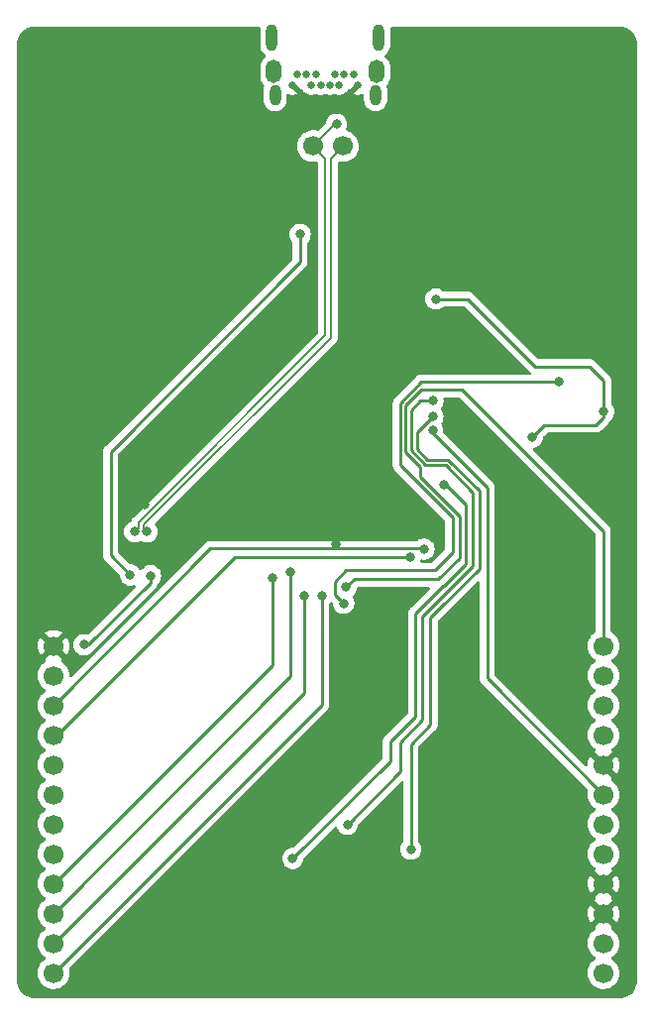
<source format=gbl>
G04 #@! TF.GenerationSoftware,KiCad,Pcbnew,6.0.11-2627ca5db0~126~ubuntu22.04.1*
G04 #@! TF.CreationDate,2023-08-07T18:38:46+02:00*
G04 #@! TF.ProjectId,Qoobinoo,516f6f62-696e-46f6-9f2e-6b696361645f,rev?*
G04 #@! TF.SameCoordinates,Original*
G04 #@! TF.FileFunction,Copper,L2,Bot*
G04 #@! TF.FilePolarity,Positive*
%FSLAX46Y46*%
G04 Gerber Fmt 4.6, Leading zero omitted, Abs format (unit mm)*
G04 Created by KiCad (PCBNEW 6.0.11-2627ca5db0~126~ubuntu22.04.1) date 2023-08-07 18:38:46*
%MOMM*%
%LPD*%
G01*
G04 APERTURE LIST*
G04 #@! TA.AperFunction,ComponentPad*
%ADD10C,1.700000*%
G04 #@! TD*
G04 #@! TA.AperFunction,ComponentPad*
%ADD11C,0.650000*%
G04 #@! TD*
G04 #@! TA.AperFunction,ComponentPad*
%ADD12O,0.950000X1.800000*%
G04 #@! TD*
G04 #@! TA.AperFunction,ComponentPad*
%ADD13O,0.950000X2.280000*%
G04 #@! TD*
G04 #@! TA.AperFunction,ComponentPad*
%ADD14O,1.330000X1.980000*%
G04 #@! TD*
G04 #@! TA.AperFunction,ViaPad*
%ADD15C,0.800000*%
G04 #@! TD*
G04 #@! TA.AperFunction,Conductor*
%ADD16C,0.250000*%
G04 #@! TD*
G04 #@! TA.AperFunction,Conductor*
%ADD17C,0.200000*%
G04 #@! TD*
G04 APERTURE END LIST*
D10*
X127000000Y-105410000D03*
X127000000Y-107950000D03*
X127000000Y-110490000D03*
X127000000Y-113030000D03*
X127000000Y-115570000D03*
X127000000Y-118110000D03*
X127000000Y-120650000D03*
X127000000Y-123190000D03*
X127000000Y-125730000D03*
X127000000Y-128270000D03*
X127000000Y-130810000D03*
X127000000Y-133350000D03*
X173990000Y-105410000D03*
X173990000Y-107950000D03*
X173990000Y-110490000D03*
X173990000Y-113030000D03*
X173990000Y-115570000D03*
X173990000Y-118110000D03*
X173990000Y-120650000D03*
X173990000Y-123190000D03*
X173990000Y-125730000D03*
X173990000Y-128270000D03*
X173990000Y-130810000D03*
X173990000Y-133350000D03*
D11*
X147425000Y-57500000D03*
X147825000Y-56600000D03*
X148625000Y-56600000D03*
X149025000Y-57500000D03*
X149425000Y-56600000D03*
X149825000Y-57500000D03*
X150625000Y-57500000D03*
X151025000Y-56600000D03*
X151425000Y-57500000D03*
X151825000Y-56600000D03*
X152625000Y-56600000D03*
X153025000Y-57500000D03*
D12*
X145930000Y-58330000D03*
D13*
X145650000Y-53440000D03*
D14*
X154615000Y-56350000D03*
D12*
X154520000Y-58330000D03*
D14*
X145835000Y-56350000D03*
D13*
X154800000Y-53440000D03*
D10*
X149190000Y-62720000D03*
X151730000Y-62720000D03*
D15*
X135290000Y-132180000D03*
X130740000Y-86370000D03*
X139200000Y-56680000D03*
X164050000Y-88130000D03*
X134120000Y-56710000D03*
X126450000Y-91850000D03*
X153281320Y-91858680D03*
X128960000Y-88070000D03*
X155971320Y-91858680D03*
X134756278Y-93376278D03*
X160360000Y-56870000D03*
X146535000Y-91745000D03*
X166430000Y-106430000D03*
X148810000Y-91780000D03*
X135490000Y-88150000D03*
X151510000Y-113900000D03*
X164100000Y-67510000D03*
X146660000Y-119110000D03*
X151130000Y-86750000D03*
X138200000Y-97170000D03*
X167970000Y-94100000D03*
X126360000Y-99400000D03*
X137600000Y-128320000D03*
X163500000Y-121360000D03*
X151191320Y-91858680D03*
X139720000Y-93280000D03*
X137510000Y-86370000D03*
X134020000Y-90130000D03*
X173540000Y-67810000D03*
X138870000Y-72760000D03*
X174490000Y-91790000D03*
X151150000Y-96700000D03*
X133950000Y-66010000D03*
X158490000Y-72760000D03*
X151130000Y-93830000D03*
X161590000Y-106930000D03*
X131760000Y-85140000D03*
X166890000Y-127560000D03*
X163480000Y-115600000D03*
X151130000Y-89920000D03*
X167510000Y-76660000D03*
X152470000Y-73010000D03*
X140160000Y-66140000D03*
X165130000Y-134090000D03*
X167930000Y-87570000D03*
X129605500Y-105310000D03*
X159680000Y-75780000D03*
X174020000Y-85390000D03*
X135290000Y-99390000D03*
X133560000Y-99350000D03*
X148070000Y-70260000D03*
X151180000Y-60850000D03*
X133950313Y-95654081D03*
X135000313Y-95654081D03*
X158660000Y-97130000D03*
X157480000Y-97820000D03*
X145710000Y-99570000D03*
X147280000Y-99100000D03*
X148400000Y-101100000D03*
X149927918Y-101147918D03*
X152020000Y-100400000D03*
X159400000Y-87000000D03*
X151790000Y-101770000D03*
X170170000Y-82860000D03*
X147440000Y-123560000D03*
X160390000Y-91630000D03*
X152110000Y-120640000D03*
X159410000Y-84486639D03*
X157530000Y-122770000D03*
X159410000Y-85830000D03*
D16*
X173320000Y-86550000D02*
X174020000Y-85850000D01*
X129980000Y-105310000D02*
X135290000Y-100000000D01*
X167930000Y-87570000D02*
X168950000Y-86550000D01*
X168180000Y-81550000D02*
X172830000Y-81550000D01*
X162410000Y-75780000D02*
X168180000Y-81550000D01*
X159680000Y-75780000D02*
X162410000Y-75780000D01*
X172830000Y-81550000D02*
X174020000Y-82740000D01*
X174020000Y-85850000D02*
X174020000Y-85390000D01*
X135290000Y-100000000D02*
X135290000Y-99390000D01*
X168950000Y-86550000D02*
X173320000Y-86550000D01*
X129605500Y-105310000D02*
X129980000Y-105310000D01*
X174020000Y-82740000D02*
X174020000Y-85390000D01*
X148070000Y-72620000D02*
X148070000Y-70260000D01*
X131880000Y-97670000D02*
X131880000Y-88810000D01*
X131880000Y-88810000D02*
X148070000Y-72620000D01*
X133560000Y-99350000D02*
X131880000Y-97670000D01*
D17*
X149190000Y-62720000D02*
X150234999Y-63764999D01*
X150234999Y-63764999D02*
X150234999Y-78886801D01*
X150234999Y-78886801D02*
X134250312Y-94871488D01*
X149190000Y-62720000D02*
X151060000Y-60850000D01*
X151060000Y-60850000D02*
X151180000Y-60850000D01*
X134250312Y-95354082D02*
X133950313Y-95654081D01*
X134250312Y-94871488D02*
X134250312Y-95354082D01*
X134700314Y-95057886D02*
X134700314Y-95354082D01*
X134700314Y-95354082D02*
X135000313Y-95654081D01*
X150685001Y-63764999D02*
X150685001Y-79073199D01*
X151730000Y-62720000D02*
X150685001Y-63764999D01*
X150685001Y-79073199D02*
X134700314Y-95057886D01*
D16*
X140395000Y-97095000D02*
X158625000Y-97095000D01*
X158625000Y-97095000D02*
X158660000Y-97130000D01*
X127000000Y-110490000D02*
X140395000Y-97095000D01*
X127240000Y-113030000D02*
X142490000Y-97780000D01*
X127000000Y-113030000D02*
X127240000Y-113030000D01*
X142490000Y-97780000D02*
X157440000Y-97780000D01*
X157440000Y-97780000D02*
X157480000Y-97820000D01*
X127000000Y-125730000D02*
X145710000Y-107020000D01*
X145710000Y-107020000D02*
X145710000Y-99570000D01*
X127000000Y-128270000D02*
X147280000Y-107990000D01*
X147280000Y-107990000D02*
X147280000Y-99100000D01*
X127000000Y-130810000D02*
X148400000Y-109410000D01*
X148400000Y-109410000D02*
X148400000Y-101100000D01*
X149927918Y-110422082D02*
X149927918Y-101147918D01*
X127000000Y-133350000D02*
X149927918Y-110422082D01*
X157080000Y-84850000D02*
X158410000Y-83520000D01*
X159880000Y-99700000D02*
X161680000Y-97900000D01*
X158340000Y-90990000D02*
X158340000Y-90142792D01*
X158410000Y-83520000D02*
X161920000Y-83520000D01*
X161680000Y-94330000D02*
X158340000Y-90990000D01*
X173990000Y-95590000D02*
X173990000Y-105410000D01*
X152720000Y-99700000D02*
X159880000Y-99700000D01*
X161680000Y-97900000D02*
X161680000Y-94330000D01*
X158340000Y-90142792D02*
X157080000Y-88882792D01*
X152020000Y-100400000D02*
X152720000Y-99700000D01*
X157080000Y-88882792D02*
X157080000Y-84850000D01*
X161920000Y-83520000D02*
X173990000Y-95590000D01*
X164060000Y-91870000D02*
X159400000Y-87210000D01*
X164060000Y-108180000D02*
X164060000Y-91870000D01*
X159400000Y-87210000D02*
X159400000Y-87000000D01*
X173990000Y-118110000D02*
X164060000Y-108180000D01*
X156630000Y-84663604D02*
X158433604Y-82860000D01*
X151050000Y-101030000D02*
X151050000Y-99900000D01*
X161110000Y-94446396D02*
X156630000Y-89966396D01*
X158433604Y-82860000D02*
X170170000Y-82860000D01*
X152010000Y-98940000D02*
X159610000Y-98940000D01*
X156630000Y-89966396D02*
X156630000Y-84663604D01*
X161110000Y-97440000D02*
X161110000Y-94446396D01*
X151050000Y-99900000D02*
X152010000Y-98940000D01*
X151790000Y-101770000D02*
X151050000Y-101030000D01*
X159610000Y-98940000D02*
X161110000Y-97440000D01*
X160390000Y-91630000D02*
X160520000Y-91630000D01*
X157930000Y-102670000D02*
X157930000Y-111450000D01*
X162190000Y-98430000D02*
X160330000Y-100290000D01*
X155770000Y-113610000D02*
X155770000Y-115230000D01*
X157930000Y-111450000D02*
X155770000Y-113610000D01*
X162190000Y-93300000D02*
X162190000Y-98430000D01*
X160520000Y-91630000D02*
X162190000Y-93300000D01*
X155770000Y-115230000D02*
X147440000Y-123560000D01*
X160330000Y-100290000D02*
X160310000Y-100290000D01*
X160310000Y-100290000D02*
X157930000Y-102670000D01*
X162840000Y-98600000D02*
X158540000Y-102900000D01*
X159526639Y-84486639D02*
X158313361Y-84486639D01*
X158313361Y-84486639D02*
X157530000Y-85270000D01*
X156610000Y-116140000D02*
X152110000Y-120640000D01*
X157530000Y-85270000D02*
X157530000Y-88696396D01*
X158540000Y-102900000D02*
X158540000Y-111730000D01*
X157530000Y-88696396D02*
X158773604Y-89940000D01*
X158540000Y-111730000D02*
X156610000Y-113660000D01*
X156610000Y-113660000D02*
X156610000Y-116140000D01*
X160493604Y-89940000D02*
X162840000Y-92286396D01*
X162840000Y-92286396D02*
X162840000Y-98600000D01*
X158773604Y-89940000D02*
X160493604Y-89940000D01*
X160050000Y-102150000D02*
X159190000Y-103010000D01*
X158960000Y-89490000D02*
X160680000Y-89490000D01*
X158090000Y-88620000D02*
X158960000Y-89490000D01*
X157530000Y-122770000D02*
X157530000Y-113810000D01*
X159410000Y-85830000D02*
X158090000Y-87150000D01*
X158090000Y-87150000D02*
X158090000Y-88620000D01*
X159190000Y-103010000D02*
X159190000Y-112150000D01*
X163370000Y-92180000D02*
X163370000Y-98840000D01*
X160680000Y-89490000D02*
X163370000Y-92180000D01*
X160060000Y-102150000D02*
X160050000Y-102150000D01*
X157530000Y-113810000D02*
X159190000Y-112150000D01*
X163370000Y-98840000D02*
X160060000Y-102150000D01*
G04 #@! TA.AperFunction,Conductor*
G36*
X144614010Y-52528502D02*
G01*
X144660503Y-52582158D01*
X144670607Y-52652432D01*
X144669228Y-52660254D01*
X144666844Y-52671666D01*
X144666500Y-52678229D01*
X144666500Y-54154934D01*
X144681619Y-54303780D01*
X144741369Y-54494440D01*
X144838235Y-54669191D01*
X144968261Y-54820896D01*
X144973302Y-54824806D01*
X144973306Y-54824810D01*
X145091603Y-54916571D01*
X145133170Y-54974127D01*
X145137020Y-55045019D01*
X145097455Y-55110861D01*
X144980127Y-55213756D01*
X144846604Y-55383128D01*
X144843913Y-55388244D01*
X144843911Y-55388246D01*
X144832876Y-55409221D01*
X144746183Y-55573997D01*
X144682227Y-55779970D01*
X144661500Y-55955091D01*
X144661500Y-56729707D01*
X144676208Y-56889769D01*
X144734750Y-57097346D01*
X144830141Y-57290779D01*
X144853014Y-57321410D01*
X144952457Y-57454579D01*
X144959184Y-57463588D01*
X144963428Y-57467511D01*
X144966196Y-57470585D01*
X144996915Y-57534592D01*
X144989623Y-57593334D01*
X144992168Y-57594141D01*
X144990238Y-57600226D01*
X144987702Y-57606086D01*
X144946844Y-57801666D01*
X144946500Y-57808229D01*
X144946500Y-58804934D01*
X144961619Y-58953780D01*
X145021369Y-59144440D01*
X145118235Y-59319191D01*
X145248261Y-59470896D01*
X145253298Y-59474803D01*
X145253300Y-59474805D01*
X145401093Y-59589445D01*
X145401096Y-59589447D01*
X145406137Y-59593357D01*
X145411863Y-59596175D01*
X145411867Y-59596177D01*
X145579682Y-59678752D01*
X145585411Y-59681571D01*
X145674906Y-59704883D01*
X145772580Y-59730325D01*
X145772583Y-59730325D01*
X145778762Y-59731935D01*
X145872256Y-59736835D01*
X145971911Y-59742058D01*
X145971915Y-59742058D01*
X145978292Y-59742392D01*
X146175848Y-59712514D01*
X146363361Y-59643523D01*
X146533172Y-59538235D01*
X146678344Y-59400953D01*
X146792946Y-59237284D01*
X146872298Y-59053914D01*
X146913156Y-58858334D01*
X146913500Y-58851771D01*
X146913500Y-58378119D01*
X146933502Y-58309998D01*
X146987158Y-58263505D01*
X147057432Y-58253401D01*
X147090750Y-58263013D01*
X147160136Y-58293906D01*
X147172633Y-58297967D01*
X147330991Y-58331628D01*
X147344051Y-58333000D01*
X147505949Y-58333000D01*
X147519009Y-58331628D01*
X147677371Y-58297967D01*
X147689863Y-58293907D01*
X147790826Y-58248955D01*
X147801572Y-58239821D01*
X147799975Y-58234185D01*
X147154885Y-57589095D01*
X147120859Y-57526783D01*
X147125924Y-57455968D01*
X147154885Y-57410905D01*
X147233729Y-57332061D01*
X147296041Y-57298035D01*
X147366856Y-57303100D01*
X147396883Y-57319218D01*
X147399390Y-57321039D01*
X147405954Y-57325808D01*
X147411981Y-57328491D01*
X147411982Y-57328492D01*
X147544636Y-57387553D01*
X147566016Y-57397072D01*
X147631095Y-57410905D01*
X147675891Y-57420427D01*
X147738789Y-57454579D01*
X148153466Y-57869256D01*
X148167410Y-57876870D01*
X148197001Y-57874754D01*
X148266375Y-57889845D01*
X148315109Y-57937433D01*
X148346970Y-57992618D01*
X148464208Y-58122823D01*
X148605954Y-58225808D01*
X148611982Y-58228492D01*
X148611984Y-58228493D01*
X148758905Y-58293906D01*
X148766016Y-58297072D01*
X148851706Y-58315286D01*
X148930939Y-58332128D01*
X148930943Y-58332128D01*
X148937396Y-58333500D01*
X149112604Y-58333500D01*
X149119057Y-58332128D01*
X149119061Y-58332128D01*
X149198294Y-58315286D01*
X149283984Y-58297072D01*
X149373752Y-58257105D01*
X149444118Y-58247671D01*
X149476246Y-58257104D01*
X149566016Y-58297072D01*
X149651706Y-58315286D01*
X149730939Y-58332128D01*
X149730943Y-58332128D01*
X149737396Y-58333500D01*
X149912604Y-58333500D01*
X149919057Y-58332128D01*
X149919061Y-58332128D01*
X149998294Y-58315286D01*
X150083984Y-58297072D01*
X150173752Y-58257105D01*
X150244118Y-58247671D01*
X150276246Y-58257104D01*
X150366016Y-58297072D01*
X150451706Y-58315286D01*
X150530939Y-58332128D01*
X150530943Y-58332128D01*
X150537396Y-58333500D01*
X150712604Y-58333500D01*
X150719057Y-58332128D01*
X150719061Y-58332128D01*
X150798294Y-58315286D01*
X150883984Y-58297072D01*
X150973752Y-58257105D01*
X151044118Y-58247671D01*
X151076246Y-58257104D01*
X151166016Y-58297072D01*
X151251706Y-58315286D01*
X151330939Y-58332128D01*
X151330943Y-58332128D01*
X151337396Y-58333500D01*
X151512604Y-58333500D01*
X151519057Y-58332128D01*
X151519061Y-58332128D01*
X151598294Y-58315286D01*
X151683984Y-58297072D01*
X151691095Y-58293906D01*
X151838016Y-58228493D01*
X151838018Y-58228492D01*
X151844046Y-58225808D01*
X151985792Y-58122823D01*
X152103030Y-57992618D01*
X152106330Y-57986902D01*
X152106333Y-57986898D01*
X152136396Y-57934826D01*
X152187778Y-57885833D01*
X152257492Y-57872397D01*
X152269357Y-57874102D01*
X152283216Y-57876773D01*
X152292890Y-57872900D01*
X152711211Y-57454579D01*
X152774109Y-57420427D01*
X152818905Y-57410905D01*
X152883984Y-57397072D01*
X152905364Y-57387553D01*
X153038018Y-57328492D01*
X153038019Y-57328491D01*
X153044046Y-57325808D01*
X153050610Y-57321039D01*
X153053117Y-57319218D01*
X153119985Y-57295361D01*
X153189137Y-57311443D01*
X153216271Y-57332061D01*
X153295115Y-57410905D01*
X153329141Y-57473217D01*
X153324076Y-57544032D01*
X153295115Y-57589095D01*
X152655436Y-58228774D01*
X152648676Y-58241154D01*
X152652187Y-58245844D01*
X152760137Y-58293907D01*
X152772629Y-58297967D01*
X152930991Y-58331628D01*
X152944051Y-58333000D01*
X153105949Y-58333000D01*
X153119009Y-58331628D01*
X153277367Y-58297967D01*
X153289864Y-58293906D01*
X153359250Y-58263013D01*
X153429617Y-58253578D01*
X153493914Y-58283683D01*
X153531728Y-58343772D01*
X153536500Y-58378119D01*
X153536500Y-58804934D01*
X153551619Y-58953780D01*
X153611369Y-59144440D01*
X153708235Y-59319191D01*
X153838261Y-59470896D01*
X153843298Y-59474803D01*
X153843300Y-59474805D01*
X153991093Y-59589445D01*
X153991096Y-59589447D01*
X153996137Y-59593357D01*
X154001863Y-59596175D01*
X154001867Y-59596177D01*
X154169682Y-59678752D01*
X154175411Y-59681571D01*
X154264906Y-59704883D01*
X154362580Y-59730325D01*
X154362583Y-59730325D01*
X154368762Y-59731935D01*
X154462256Y-59736835D01*
X154561911Y-59742058D01*
X154561915Y-59742058D01*
X154568292Y-59742392D01*
X154765848Y-59712514D01*
X154953361Y-59643523D01*
X155123172Y-59538235D01*
X155268344Y-59400953D01*
X155382946Y-59237284D01*
X155462298Y-59053914D01*
X155503156Y-58858334D01*
X155503500Y-58851771D01*
X155503500Y-57855066D01*
X155488381Y-57706220D01*
X155453676Y-57595478D01*
X155452391Y-57524493D01*
X155474960Y-57479792D01*
X155582054Y-57343944D01*
X155603396Y-57316872D01*
X155606253Y-57311443D01*
X155701125Y-57131120D01*
X155701126Y-57131118D01*
X155703817Y-57126003D01*
X155767773Y-56920030D01*
X155772036Y-56884012D01*
X155788064Y-56748596D01*
X155788064Y-56748589D01*
X155788500Y-56744909D01*
X155788500Y-55970293D01*
X155773792Y-55810231D01*
X155715250Y-55602654D01*
X155619859Y-55409221D01*
X155490816Y-55236412D01*
X155351753Y-55107863D01*
X155315309Y-55046936D01*
X155317590Y-54975976D01*
X155357872Y-54917514D01*
X155370885Y-54908255D01*
X155397746Y-54891600D01*
X155397751Y-54891596D01*
X155403172Y-54888235D01*
X155548344Y-54750953D01*
X155662946Y-54587284D01*
X155742298Y-54403914D01*
X155783156Y-54208334D01*
X155783500Y-54201771D01*
X155783500Y-52725066D01*
X155775594Y-52647233D01*
X155788610Y-52577440D01*
X155837292Y-52525763D01*
X155900949Y-52508500D01*
X175330633Y-52508500D01*
X175350018Y-52510000D01*
X175364851Y-52512310D01*
X175364855Y-52512310D01*
X175373724Y-52513691D01*
X175388981Y-52511696D01*
X175414302Y-52510953D01*
X175583285Y-52523039D01*
X175601064Y-52525596D01*
X175791392Y-52566999D01*
X175808641Y-52572063D01*
X175991150Y-52640136D01*
X176007502Y-52647604D01*
X176178458Y-52740952D01*
X176193582Y-52750672D01*
X176349514Y-52867402D01*
X176363100Y-52879175D01*
X176500825Y-53016900D01*
X176512598Y-53030486D01*
X176629328Y-53186418D01*
X176639048Y-53201542D01*
X176732396Y-53372498D01*
X176739864Y-53388850D01*
X176807937Y-53571359D01*
X176813001Y-53588607D01*
X176854404Y-53778936D01*
X176856962Y-53796721D01*
X176868540Y-53958601D01*
X176867793Y-53976565D01*
X176867692Y-53984845D01*
X176866309Y-53993724D01*
X176867474Y-54002630D01*
X176870436Y-54025283D01*
X176871500Y-54041621D01*
X176871500Y-133950633D01*
X176870000Y-133970018D01*
X176867690Y-133984851D01*
X176867690Y-133984855D01*
X176866309Y-133993724D01*
X176868136Y-134007693D01*
X176868304Y-134008976D01*
X176869047Y-134034302D01*
X176860130Y-134158990D01*
X176856962Y-134203279D01*
X176854404Y-134221064D01*
X176818192Y-134387529D01*
X176813001Y-134411392D01*
X176807937Y-134428641D01*
X176739864Y-134611150D01*
X176732396Y-134627502D01*
X176639048Y-134798458D01*
X176629328Y-134813582D01*
X176512598Y-134969514D01*
X176500825Y-134983100D01*
X176363100Y-135120825D01*
X176349514Y-135132598D01*
X176193582Y-135249328D01*
X176178458Y-135259048D01*
X176007502Y-135352396D01*
X175991150Y-135359864D01*
X175808641Y-135427937D01*
X175791393Y-135433001D01*
X175601064Y-135474404D01*
X175583285Y-135476961D01*
X175421395Y-135488540D01*
X175403435Y-135487793D01*
X175395155Y-135487692D01*
X175386276Y-135486309D01*
X175354714Y-135490436D01*
X175338379Y-135491500D01*
X125429367Y-135491500D01*
X125409982Y-135490000D01*
X125395149Y-135487690D01*
X125395145Y-135487690D01*
X125386276Y-135486309D01*
X125371019Y-135488304D01*
X125345698Y-135489047D01*
X125176715Y-135476961D01*
X125158936Y-135474404D01*
X124968607Y-135433001D01*
X124951359Y-135427937D01*
X124768850Y-135359864D01*
X124752498Y-135352396D01*
X124581542Y-135259048D01*
X124566418Y-135249328D01*
X124410486Y-135132598D01*
X124396900Y-135120825D01*
X124259175Y-134983100D01*
X124247402Y-134969514D01*
X124130672Y-134813582D01*
X124120952Y-134798458D01*
X124027604Y-134627502D01*
X124020136Y-134611150D01*
X123952063Y-134428641D01*
X123946999Y-134411392D01*
X123941808Y-134387529D01*
X123905596Y-134221064D01*
X123903038Y-134203278D01*
X123891719Y-134045012D01*
X123892805Y-134022245D01*
X123892334Y-134022203D01*
X123892770Y-134017345D01*
X123893576Y-134012552D01*
X123893729Y-134000000D01*
X123889773Y-133972376D01*
X123888500Y-133954514D01*
X123888500Y-133316695D01*
X125637251Y-133316695D01*
X125637548Y-133321848D01*
X125637548Y-133321851D01*
X125643011Y-133416590D01*
X125650110Y-133539715D01*
X125651247Y-133544761D01*
X125651248Y-133544767D01*
X125671119Y-133632939D01*
X125699222Y-133757639D01*
X125783266Y-133964616D01*
X125899987Y-134155088D01*
X126046250Y-134323938D01*
X126218126Y-134466632D01*
X126411000Y-134579338D01*
X126619692Y-134659030D01*
X126624760Y-134660061D01*
X126624763Y-134660062D01*
X126732017Y-134681883D01*
X126838597Y-134703567D01*
X126843772Y-134703757D01*
X126843774Y-134703757D01*
X127056673Y-134711564D01*
X127056677Y-134711564D01*
X127061837Y-134711753D01*
X127066957Y-134711097D01*
X127066959Y-134711097D01*
X127278288Y-134684025D01*
X127278289Y-134684025D01*
X127283416Y-134683368D01*
X127288366Y-134681883D01*
X127492429Y-134620661D01*
X127492434Y-134620659D01*
X127497384Y-134619174D01*
X127697994Y-134520896D01*
X127879860Y-134391173D01*
X128038096Y-134233489D01*
X128097594Y-134150689D01*
X128165435Y-134056277D01*
X128168453Y-134052077D01*
X128177237Y-134034305D01*
X128265136Y-133856453D01*
X128265137Y-133856451D01*
X128267430Y-133851811D01*
X128332370Y-133638069D01*
X128361529Y-133416590D01*
X128363156Y-133350000D01*
X128360418Y-133316695D01*
X172627251Y-133316695D01*
X172627548Y-133321848D01*
X172627548Y-133321851D01*
X172633011Y-133416590D01*
X172640110Y-133539715D01*
X172641247Y-133544761D01*
X172641248Y-133544767D01*
X172661119Y-133632939D01*
X172689222Y-133757639D01*
X172773266Y-133964616D01*
X172889987Y-134155088D01*
X173036250Y-134323938D01*
X173208126Y-134466632D01*
X173401000Y-134579338D01*
X173609692Y-134659030D01*
X173614760Y-134660061D01*
X173614763Y-134660062D01*
X173722017Y-134681883D01*
X173828597Y-134703567D01*
X173833772Y-134703757D01*
X173833774Y-134703757D01*
X174046673Y-134711564D01*
X174046677Y-134711564D01*
X174051837Y-134711753D01*
X174056957Y-134711097D01*
X174056959Y-134711097D01*
X174268288Y-134684025D01*
X174268289Y-134684025D01*
X174273416Y-134683368D01*
X174278366Y-134681883D01*
X174482429Y-134620661D01*
X174482434Y-134620659D01*
X174487384Y-134619174D01*
X174687994Y-134520896D01*
X174869860Y-134391173D01*
X175028096Y-134233489D01*
X175087594Y-134150689D01*
X175155435Y-134056277D01*
X175158453Y-134052077D01*
X175167237Y-134034305D01*
X175255136Y-133856453D01*
X175255137Y-133856451D01*
X175257430Y-133851811D01*
X175322370Y-133638069D01*
X175351529Y-133416590D01*
X175353156Y-133350000D01*
X175334852Y-133127361D01*
X175280431Y-132910702D01*
X175191354Y-132705840D01*
X175070014Y-132518277D01*
X174919670Y-132353051D01*
X174915619Y-132349852D01*
X174915615Y-132349848D01*
X174748414Y-132217800D01*
X174748410Y-132217798D01*
X174744359Y-132214598D01*
X174703053Y-132191796D01*
X174653084Y-132141364D01*
X174638312Y-132071921D01*
X174663428Y-132005516D01*
X174690780Y-131978909D01*
X174734603Y-131947650D01*
X174869860Y-131851173D01*
X175028096Y-131693489D01*
X175087594Y-131610689D01*
X175155435Y-131516277D01*
X175158453Y-131512077D01*
X175257430Y-131311811D01*
X175322370Y-131098069D01*
X175351529Y-130876590D01*
X175353156Y-130810000D01*
X175334852Y-130587361D01*
X175280431Y-130370702D01*
X175191354Y-130165840D01*
X175070014Y-129978277D01*
X174919670Y-129813051D01*
X174915619Y-129809852D01*
X174915615Y-129809848D01*
X174748414Y-129677800D01*
X174748410Y-129677798D01*
X174744359Y-129674598D01*
X174702569Y-129651529D01*
X174652598Y-129601097D01*
X174637826Y-129531654D01*
X174662942Y-129465248D01*
X174690293Y-129438642D01*
X174739247Y-129403723D01*
X174747648Y-129393023D01*
X174740660Y-129379870D01*
X174002812Y-128642022D01*
X173988868Y-128634408D01*
X173987035Y-128634539D01*
X173980420Y-128638790D01*
X173236737Y-129382473D01*
X173229977Y-129394853D01*
X173235258Y-129401907D01*
X173281969Y-129429203D01*
X173330693Y-129480841D01*
X173343764Y-129550624D01*
X173317033Y-129616396D01*
X173276584Y-129649752D01*
X173263607Y-129656507D01*
X173259474Y-129659610D01*
X173259471Y-129659612D01*
X173235247Y-129677800D01*
X173084965Y-129790635D01*
X172930629Y-129952138D01*
X172804743Y-130136680D01*
X172710688Y-130339305D01*
X172650989Y-130554570D01*
X172627251Y-130776695D01*
X172627548Y-130781848D01*
X172627548Y-130781851D01*
X172633011Y-130876590D01*
X172640110Y-130999715D01*
X172641247Y-131004761D01*
X172641248Y-131004767D01*
X172661119Y-131092939D01*
X172689222Y-131217639D01*
X172773266Y-131424616D01*
X172889987Y-131615088D01*
X173036250Y-131783938D01*
X173208126Y-131926632D01*
X173278595Y-131967811D01*
X173281445Y-131969476D01*
X173330169Y-132021114D01*
X173343240Y-132090897D01*
X173316509Y-132156669D01*
X173276055Y-132190027D01*
X173263607Y-132196507D01*
X173259474Y-132199610D01*
X173259471Y-132199612D01*
X173235247Y-132217800D01*
X173084965Y-132330635D01*
X172930629Y-132492138D01*
X172804743Y-132676680D01*
X172710688Y-132879305D01*
X172650989Y-133094570D01*
X172627251Y-133316695D01*
X128360418Y-133316695D01*
X128344852Y-133127361D01*
X128316821Y-133015765D01*
X128319625Y-132944823D01*
X128349930Y-132895974D01*
X133004041Y-128241863D01*
X172628050Y-128241863D01*
X172640309Y-128454477D01*
X172641745Y-128464697D01*
X172688565Y-128672446D01*
X172691645Y-128682275D01*
X172771770Y-128879603D01*
X172776413Y-128888794D01*
X172856460Y-129019420D01*
X172866916Y-129028880D01*
X172875694Y-129025096D01*
X173617978Y-128282812D01*
X173624356Y-128271132D01*
X174354408Y-128271132D01*
X174354539Y-128272965D01*
X174358790Y-128279580D01*
X175100474Y-129021264D01*
X175112484Y-129027823D01*
X175124223Y-129018855D01*
X175155004Y-128976019D01*
X175160315Y-128967180D01*
X175254670Y-128776267D01*
X175258469Y-128766672D01*
X175320376Y-128562915D01*
X175322555Y-128552834D01*
X175350590Y-128339887D01*
X175351109Y-128333212D01*
X175352572Y-128273364D01*
X175352378Y-128266646D01*
X175334781Y-128052604D01*
X175333096Y-128042424D01*
X175281214Y-127835875D01*
X175277894Y-127826124D01*
X175192972Y-127630814D01*
X175188105Y-127621739D01*
X175123063Y-127521197D01*
X175112377Y-127511995D01*
X175102812Y-127516398D01*
X174362022Y-128257188D01*
X174354408Y-128271132D01*
X173624356Y-128271132D01*
X173625592Y-128268868D01*
X173625461Y-128267035D01*
X173621210Y-128260420D01*
X172879849Y-127519059D01*
X172868313Y-127512759D01*
X172856031Y-127522382D01*
X172808089Y-127592662D01*
X172803004Y-127601613D01*
X172713338Y-127794783D01*
X172709775Y-127804470D01*
X172652864Y-128009681D01*
X172650933Y-128019800D01*
X172628302Y-128231574D01*
X172628050Y-128241863D01*
X133004041Y-128241863D01*
X134391051Y-126854853D01*
X173229977Y-126854853D01*
X173235258Y-126861907D01*
X173282479Y-126889501D01*
X173331203Y-126941139D01*
X173344274Y-127010922D01*
X173317543Y-127076694D01*
X173277087Y-127110053D01*
X173268466Y-127114541D01*
X173259734Y-127120039D01*
X173239677Y-127135099D01*
X173231223Y-127146427D01*
X173237968Y-127158758D01*
X173977188Y-127897978D01*
X173991132Y-127905592D01*
X173992965Y-127905461D01*
X173999580Y-127901210D01*
X174743389Y-127157401D01*
X174750410Y-127144544D01*
X174743611Y-127135213D01*
X174739559Y-127132521D01*
X174702116Y-127111852D01*
X174652145Y-127061420D01*
X174637373Y-126991977D01*
X174662489Y-126925572D01*
X174689840Y-126898965D01*
X174739247Y-126863723D01*
X174747648Y-126853023D01*
X174740660Y-126839870D01*
X174002812Y-126102022D01*
X173988868Y-126094408D01*
X173987035Y-126094539D01*
X173980420Y-126098790D01*
X173236737Y-126842473D01*
X173229977Y-126854853D01*
X134391051Y-126854853D01*
X135544041Y-125701863D01*
X172628050Y-125701863D01*
X172640309Y-125914477D01*
X172641745Y-125924697D01*
X172688565Y-126132446D01*
X172691645Y-126142275D01*
X172771770Y-126339603D01*
X172776413Y-126348794D01*
X172856460Y-126479420D01*
X172866916Y-126488880D01*
X172875694Y-126485096D01*
X173617978Y-125742812D01*
X173624356Y-125731132D01*
X174354408Y-125731132D01*
X174354539Y-125732965D01*
X174358790Y-125739580D01*
X175100474Y-126481264D01*
X175112484Y-126487823D01*
X175124223Y-126478855D01*
X175155004Y-126436019D01*
X175160315Y-126427180D01*
X175254670Y-126236267D01*
X175258469Y-126226672D01*
X175320376Y-126022915D01*
X175322555Y-126012834D01*
X175350590Y-125799887D01*
X175351109Y-125793212D01*
X175352572Y-125733364D01*
X175352378Y-125726646D01*
X175334781Y-125512604D01*
X175333096Y-125502424D01*
X175281214Y-125295875D01*
X175277894Y-125286124D01*
X175192972Y-125090814D01*
X175188105Y-125081739D01*
X175123063Y-124981197D01*
X175112377Y-124971995D01*
X175102812Y-124976398D01*
X174362022Y-125717188D01*
X174354408Y-125731132D01*
X173624356Y-125731132D01*
X173625592Y-125728868D01*
X173625461Y-125727035D01*
X173621210Y-125720420D01*
X172879849Y-124979059D01*
X172868313Y-124972759D01*
X172856031Y-124982382D01*
X172808089Y-125052662D01*
X172803004Y-125061613D01*
X172713338Y-125254783D01*
X172709775Y-125264470D01*
X172652864Y-125469681D01*
X172650933Y-125479800D01*
X172628302Y-125691574D01*
X172628050Y-125701863D01*
X135544041Y-125701863D01*
X150320165Y-110925739D01*
X150328455Y-110918195D01*
X150334936Y-110914082D01*
X150381577Y-110864414D01*
X150384331Y-110861573D01*
X150404053Y-110841851D01*
X150406530Y-110838658D01*
X150414235Y-110829637D01*
X150424006Y-110819232D01*
X150444504Y-110797403D01*
X150448325Y-110790453D01*
X150454264Y-110779650D01*
X150465120Y-110763123D01*
X150472675Y-110753384D01*
X150472676Y-110753382D01*
X150477532Y-110747122D01*
X150495092Y-110706542D01*
X150500309Y-110695894D01*
X150517793Y-110664091D01*
X150517794Y-110664089D01*
X150521613Y-110657142D01*
X150526651Y-110637519D01*
X150533055Y-110618816D01*
X150537951Y-110607502D01*
X150537951Y-110607501D01*
X150541099Y-110600227D01*
X150542338Y-110592404D01*
X150542341Y-110592394D01*
X150548017Y-110556558D01*
X150550423Y-110544938D01*
X150559446Y-110509793D01*
X150559446Y-110509792D01*
X150561418Y-110502112D01*
X150561418Y-110481858D01*
X150562969Y-110462147D01*
X150564898Y-110449968D01*
X150566138Y-110442139D01*
X150561977Y-110398120D01*
X150561418Y-110386263D01*
X150561418Y-101850442D01*
X150581420Y-101782321D01*
X150593776Y-101766139D01*
X150645394Y-101708812D01*
X150705840Y-101671573D01*
X150776823Y-101672925D01*
X150828124Y-101704028D01*
X150842878Y-101718782D01*
X150876904Y-101781094D01*
X150879092Y-101794703D01*
X150896458Y-101959928D01*
X150955473Y-102141556D01*
X151050960Y-102306944D01*
X151055378Y-102311851D01*
X151055379Y-102311852D01*
X151159958Y-102427999D01*
X151178747Y-102448866D01*
X151186587Y-102454562D01*
X151314015Y-102547144D01*
X151333248Y-102561118D01*
X151339276Y-102563802D01*
X151339278Y-102563803D01*
X151487814Y-102629935D01*
X151507712Y-102638794D01*
X151597292Y-102657835D01*
X151688056Y-102677128D01*
X151688061Y-102677128D01*
X151694513Y-102678500D01*
X151885487Y-102678500D01*
X151891939Y-102677128D01*
X151891944Y-102677128D01*
X151982708Y-102657835D01*
X152072288Y-102638794D01*
X152092186Y-102629935D01*
X152240722Y-102563803D01*
X152240724Y-102563802D01*
X152246752Y-102561118D01*
X152265986Y-102547144D01*
X152393413Y-102454562D01*
X152401253Y-102448866D01*
X152420042Y-102427999D01*
X152524621Y-102311852D01*
X152524622Y-102311851D01*
X152529040Y-102306944D01*
X152624527Y-102141556D01*
X152683542Y-101959928D01*
X152703504Y-101770000D01*
X152700909Y-101745314D01*
X152684232Y-101586635D01*
X152684232Y-101586633D01*
X152683542Y-101580072D01*
X152624527Y-101398444D01*
X152553256Y-101274999D01*
X152536518Y-101206004D01*
X152559738Y-101138912D01*
X152588314Y-101110063D01*
X152625909Y-101082749D01*
X152625911Y-101082747D01*
X152631253Y-101078866D01*
X152759040Y-100936944D01*
X152854527Y-100771556D01*
X152913542Y-100589928D01*
X152914232Y-100583365D01*
X152928635Y-100446329D01*
X152955648Y-100380672D01*
X153013870Y-100340043D01*
X153053945Y-100333500D01*
X159066405Y-100333500D01*
X159134526Y-100353502D01*
X159181019Y-100407158D01*
X159191123Y-100477432D01*
X159161629Y-100542012D01*
X159155500Y-100548595D01*
X157537747Y-102166348D01*
X157529461Y-102173888D01*
X157522982Y-102178000D01*
X157517557Y-102183777D01*
X157476357Y-102227651D01*
X157473602Y-102230493D01*
X157453865Y-102250230D01*
X157451385Y-102253427D01*
X157443682Y-102262447D01*
X157413414Y-102294679D01*
X157409595Y-102301625D01*
X157409593Y-102301628D01*
X157403652Y-102312434D01*
X157392801Y-102328953D01*
X157380386Y-102344959D01*
X157377241Y-102352228D01*
X157377238Y-102352232D01*
X157362826Y-102385537D01*
X157357609Y-102396187D01*
X157336305Y-102434940D01*
X157334334Y-102442615D01*
X157334334Y-102442616D01*
X157331267Y-102454562D01*
X157324863Y-102473266D01*
X157316819Y-102491855D01*
X157315580Y-102499678D01*
X157315577Y-102499688D01*
X157309901Y-102535524D01*
X157307495Y-102547144D01*
X157299874Y-102576827D01*
X157296500Y-102589970D01*
X157296500Y-102610224D01*
X157294949Y-102629934D01*
X157291780Y-102649943D01*
X157292526Y-102657835D01*
X157295941Y-102693961D01*
X157296500Y-102705819D01*
X157296500Y-111135405D01*
X157276498Y-111203526D01*
X157259595Y-111224500D01*
X155377747Y-113106348D01*
X155369461Y-113113888D01*
X155362982Y-113118000D01*
X155357557Y-113123777D01*
X155316357Y-113167651D01*
X155313602Y-113170493D01*
X155293865Y-113190230D01*
X155291385Y-113193427D01*
X155283682Y-113202447D01*
X155253414Y-113234679D01*
X155249595Y-113241625D01*
X155249593Y-113241628D01*
X155243652Y-113252434D01*
X155232801Y-113268953D01*
X155220386Y-113284959D01*
X155217241Y-113292228D01*
X155217238Y-113292232D01*
X155202826Y-113325537D01*
X155197609Y-113336187D01*
X155176305Y-113374940D01*
X155174334Y-113382615D01*
X155174334Y-113382616D01*
X155171267Y-113394562D01*
X155164863Y-113413266D01*
X155156819Y-113431855D01*
X155155580Y-113439678D01*
X155155577Y-113439688D01*
X155149901Y-113475524D01*
X155147495Y-113487144D01*
X155136500Y-113529970D01*
X155136500Y-113550224D01*
X155134949Y-113569934D01*
X155131780Y-113589943D01*
X155132526Y-113597835D01*
X155135941Y-113633961D01*
X155136500Y-113645819D01*
X155136500Y-114915406D01*
X155116498Y-114983527D01*
X155099595Y-115004501D01*
X147489500Y-122614595D01*
X147427188Y-122648621D01*
X147400405Y-122651500D01*
X147344513Y-122651500D01*
X147338061Y-122652872D01*
X147338056Y-122652872D01*
X147251113Y-122671353D01*
X147157712Y-122691206D01*
X147151682Y-122693891D01*
X147151681Y-122693891D01*
X146989278Y-122766197D01*
X146989276Y-122766198D01*
X146983248Y-122768882D01*
X146828747Y-122881134D01*
X146824326Y-122886044D01*
X146824325Y-122886045D01*
X146757801Y-122959928D01*
X146700960Y-123023056D01*
X146697659Y-123028774D01*
X146620827Y-123161851D01*
X146605473Y-123188444D01*
X146546458Y-123370072D01*
X146545768Y-123376633D01*
X146545768Y-123376635D01*
X146531879Y-123508782D01*
X146526496Y-123560000D01*
X146527186Y-123566565D01*
X146540838Y-123696453D01*
X146546458Y-123749928D01*
X146605473Y-123931556D01*
X146700960Y-124096944D01*
X146705378Y-124101851D01*
X146705379Y-124101852D01*
X146764255Y-124167240D01*
X146828747Y-124238866D01*
X146983248Y-124351118D01*
X146989276Y-124353802D01*
X146989278Y-124353803D01*
X147136473Y-124419338D01*
X147157712Y-124428794D01*
X147251112Y-124448647D01*
X147338056Y-124467128D01*
X147338061Y-124467128D01*
X147344513Y-124468500D01*
X147535487Y-124468500D01*
X147541939Y-124467128D01*
X147541944Y-124467128D01*
X147628888Y-124448647D01*
X147722288Y-124428794D01*
X147743527Y-124419338D01*
X147890722Y-124353803D01*
X147890724Y-124353802D01*
X147896752Y-124351118D01*
X148051253Y-124238866D01*
X148115745Y-124167240D01*
X148174621Y-124101852D01*
X148174622Y-124101851D01*
X148179040Y-124096944D01*
X148274527Y-123931556D01*
X148333542Y-123749928D01*
X148341194Y-123677128D01*
X148345078Y-123640166D01*
X148350907Y-123584706D01*
X148377920Y-123519050D01*
X148387122Y-123508782D01*
X151034164Y-120861740D01*
X151096476Y-120827714D01*
X151167291Y-120832779D01*
X151224127Y-120875326D01*
X151243092Y-120911897D01*
X151275473Y-121011556D01*
X151278776Y-121017278D01*
X151278777Y-121017279D01*
X151302079Y-121057639D01*
X151370960Y-121176944D01*
X151375378Y-121181851D01*
X151375379Y-121181852D01*
X151494325Y-121313955D01*
X151498747Y-121318866D01*
X151653248Y-121431118D01*
X151659276Y-121433802D01*
X151659278Y-121433803D01*
X151821681Y-121506109D01*
X151827712Y-121508794D01*
X151921112Y-121528647D01*
X152008056Y-121547128D01*
X152008061Y-121547128D01*
X152014513Y-121548500D01*
X152205487Y-121548500D01*
X152211939Y-121547128D01*
X152211944Y-121547128D01*
X152298888Y-121528647D01*
X152392288Y-121508794D01*
X152398319Y-121506109D01*
X152560722Y-121433803D01*
X152560724Y-121433802D01*
X152566752Y-121431118D01*
X152721253Y-121318866D01*
X152725675Y-121313955D01*
X152844621Y-121181852D01*
X152844622Y-121181851D01*
X152849040Y-121176944D01*
X152917921Y-121057639D01*
X152941223Y-121017279D01*
X152941224Y-121017278D01*
X152944527Y-121011556D01*
X153003542Y-120829928D01*
X153020907Y-120664706D01*
X153047920Y-120599050D01*
X153057122Y-120588782D01*
X156681405Y-116964500D01*
X156743717Y-116930474D01*
X156814533Y-116935539D01*
X156871368Y-116978086D01*
X156896179Y-117044606D01*
X156896500Y-117053595D01*
X156896500Y-122067476D01*
X156876498Y-122135597D01*
X156864142Y-122151779D01*
X156790960Y-122233056D01*
X156695473Y-122398444D01*
X156636458Y-122580072D01*
X156635768Y-122586633D01*
X156635768Y-122586635D01*
X156619023Y-122745954D01*
X156616496Y-122770000D01*
X156617186Y-122776565D01*
X156628177Y-122881134D01*
X156636458Y-122959928D01*
X156695473Y-123141556D01*
X156698776Y-123147278D01*
X156698777Y-123147279D01*
X156732686Y-123206010D01*
X156790960Y-123306944D01*
X156795378Y-123311851D01*
X156795379Y-123311852D01*
X156851830Y-123374547D01*
X156918747Y-123448866D01*
X157073248Y-123561118D01*
X157079276Y-123563802D01*
X157079278Y-123563803D01*
X157166025Y-123602425D01*
X157247712Y-123638794D01*
X157341113Y-123658647D01*
X157428056Y-123677128D01*
X157428061Y-123677128D01*
X157434513Y-123678500D01*
X157625487Y-123678500D01*
X157631939Y-123677128D01*
X157631944Y-123677128D01*
X157718887Y-123658647D01*
X157812288Y-123638794D01*
X157893975Y-123602425D01*
X157980722Y-123563803D01*
X157980724Y-123563802D01*
X157986752Y-123561118D01*
X158141253Y-123448866D01*
X158208170Y-123374547D01*
X158264621Y-123311852D01*
X158264622Y-123311851D01*
X158269040Y-123306944D01*
X158327314Y-123206010D01*
X158361223Y-123147279D01*
X158361224Y-123147278D01*
X158364527Y-123141556D01*
X158423542Y-122959928D01*
X158431824Y-122881134D01*
X158442814Y-122776565D01*
X158443504Y-122770000D01*
X158440977Y-122745954D01*
X158424232Y-122586635D01*
X158424232Y-122586633D01*
X158423542Y-122580072D01*
X158364527Y-122398444D01*
X158269040Y-122233056D01*
X158195863Y-122151785D01*
X158165147Y-122087779D01*
X158163500Y-122067476D01*
X158163500Y-114124594D01*
X158183502Y-114056473D01*
X158200405Y-114035499D01*
X159582247Y-112653657D01*
X159590537Y-112646113D01*
X159597018Y-112642000D01*
X159643659Y-112592332D01*
X159646413Y-112589491D01*
X159666135Y-112569769D01*
X159668612Y-112566576D01*
X159676317Y-112557555D01*
X159706586Y-112525321D01*
X159710407Y-112518371D01*
X159716346Y-112507568D01*
X159727202Y-112491041D01*
X159734757Y-112481302D01*
X159734758Y-112481300D01*
X159739614Y-112475040D01*
X159757174Y-112434460D01*
X159762391Y-112423812D01*
X159779875Y-112392009D01*
X159779876Y-112392007D01*
X159783695Y-112385060D01*
X159788733Y-112365437D01*
X159795137Y-112346734D01*
X159800033Y-112335420D01*
X159800033Y-112335419D01*
X159803181Y-112328145D01*
X159804420Y-112320322D01*
X159804423Y-112320312D01*
X159810099Y-112284476D01*
X159812505Y-112272856D01*
X159821528Y-112237711D01*
X159821528Y-112237710D01*
X159823500Y-112230030D01*
X159823500Y-112209776D01*
X159825051Y-112190065D01*
X159826980Y-112177886D01*
X159828220Y-112170057D01*
X159824059Y-112126038D01*
X159823500Y-112114181D01*
X159823500Y-103324594D01*
X159843502Y-103256473D01*
X159860405Y-103235499D01*
X160415631Y-102680273D01*
X160440586Y-102660915D01*
X160444535Y-102658580D01*
X160444538Y-102658578D01*
X160451362Y-102654542D01*
X160465683Y-102640221D01*
X160480717Y-102627380D01*
X160490694Y-102620131D01*
X160497107Y-102615472D01*
X160525298Y-102581395D01*
X160533288Y-102572616D01*
X163211405Y-99894500D01*
X163273717Y-99860474D01*
X163344533Y-99865539D01*
X163401368Y-99908086D01*
X163426179Y-99974606D01*
X163426500Y-99983595D01*
X163426500Y-108101233D01*
X163425973Y-108112416D01*
X163424298Y-108119909D01*
X163424547Y-108127835D01*
X163424547Y-108127836D01*
X163426438Y-108187986D01*
X163426500Y-108191945D01*
X163426500Y-108219856D01*
X163426997Y-108223790D01*
X163426997Y-108223791D01*
X163427005Y-108223856D01*
X163427938Y-108235693D01*
X163429327Y-108279889D01*
X163434978Y-108299339D01*
X163438987Y-108318700D01*
X163441526Y-108338797D01*
X163444445Y-108346168D01*
X163444445Y-108346170D01*
X163457804Y-108379912D01*
X163461649Y-108391142D01*
X163464769Y-108401880D01*
X163473982Y-108433593D01*
X163478015Y-108440412D01*
X163478017Y-108440417D01*
X163484293Y-108451028D01*
X163492988Y-108468776D01*
X163500448Y-108487617D01*
X163505110Y-108494033D01*
X163505110Y-108494034D01*
X163526436Y-108523387D01*
X163532952Y-108533307D01*
X163555458Y-108571362D01*
X163569779Y-108585683D01*
X163582619Y-108600716D01*
X163594528Y-108617107D01*
X163628605Y-108645298D01*
X163637384Y-108653288D01*
X172639778Y-117655682D01*
X172673804Y-117717994D01*
X172672100Y-117778448D01*
X172650989Y-117854570D01*
X172650441Y-117859700D01*
X172650440Y-117859704D01*
X172646933Y-117892522D01*
X172627251Y-118076695D01*
X172627548Y-118081848D01*
X172627548Y-118081851D01*
X172633011Y-118176590D01*
X172640110Y-118299715D01*
X172641247Y-118304761D01*
X172641248Y-118304767D01*
X172661119Y-118392939D01*
X172689222Y-118517639D01*
X172773266Y-118724616D01*
X172889987Y-118915088D01*
X173036250Y-119083938D01*
X173208126Y-119226632D01*
X173278595Y-119267811D01*
X173281445Y-119269476D01*
X173330169Y-119321114D01*
X173343240Y-119390897D01*
X173316509Y-119456669D01*
X173276055Y-119490027D01*
X173263607Y-119496507D01*
X173259474Y-119499610D01*
X173259471Y-119499612D01*
X173235247Y-119517800D01*
X173084965Y-119630635D01*
X172930629Y-119792138D01*
X172804743Y-119976680D01*
X172710688Y-120179305D01*
X172650989Y-120394570D01*
X172627251Y-120616695D01*
X172627548Y-120621848D01*
X172627548Y-120621851D01*
X172633011Y-120716590D01*
X172640110Y-120839715D01*
X172641247Y-120844761D01*
X172641248Y-120844767D01*
X172648135Y-120875326D01*
X172689222Y-121057639D01*
X172773266Y-121264616D01*
X172775965Y-121269020D01*
X172876944Y-121433803D01*
X172889987Y-121455088D01*
X173036250Y-121623938D01*
X173208126Y-121766632D01*
X173278595Y-121807811D01*
X173281445Y-121809476D01*
X173330169Y-121861114D01*
X173343240Y-121930897D01*
X173316509Y-121996669D01*
X173276055Y-122030027D01*
X173263607Y-122036507D01*
X173259474Y-122039610D01*
X173259471Y-122039612D01*
X173131631Y-122135597D01*
X173084965Y-122170635D01*
X172930629Y-122332138D01*
X172804743Y-122516680D01*
X172789003Y-122550590D01*
X172722485Y-122693891D01*
X172710688Y-122719305D01*
X172650989Y-122934570D01*
X172627251Y-123156695D01*
X172627548Y-123161848D01*
X172627548Y-123161851D01*
X172633011Y-123256590D01*
X172640110Y-123379715D01*
X172641247Y-123384761D01*
X172641248Y-123384767D01*
X172654587Y-123443955D01*
X172689222Y-123597639D01*
X172773266Y-123804616D01*
X172889987Y-123995088D01*
X173036250Y-124163938D01*
X173208126Y-124306632D01*
X173277613Y-124347237D01*
X173281955Y-124349774D01*
X173330679Y-124401412D01*
X173343750Y-124471195D01*
X173317019Y-124536967D01*
X173276562Y-124570327D01*
X173268460Y-124574544D01*
X173259734Y-124580039D01*
X173239677Y-124595099D01*
X173231223Y-124606427D01*
X173237968Y-124618758D01*
X173977188Y-125357978D01*
X173991132Y-125365592D01*
X173992965Y-125365461D01*
X173999580Y-125361210D01*
X174743389Y-124617401D01*
X174750410Y-124604544D01*
X174743611Y-124595213D01*
X174739559Y-124592521D01*
X174702602Y-124572120D01*
X174652631Y-124521687D01*
X174637859Y-124452245D01*
X174662975Y-124385839D01*
X174690327Y-124359232D01*
X174713797Y-124342491D01*
X174869860Y-124231173D01*
X175028096Y-124073489D01*
X175087594Y-123990689D01*
X175155435Y-123896277D01*
X175158453Y-123892077D01*
X175257430Y-123691811D01*
X175322370Y-123478069D01*
X175351529Y-123256590D01*
X175351846Y-123243632D01*
X175353074Y-123193365D01*
X175353074Y-123193361D01*
X175353156Y-123190000D01*
X175334852Y-122967361D01*
X175280431Y-122750702D01*
X175191354Y-122545840D01*
X175070014Y-122358277D01*
X174919670Y-122193051D01*
X174915619Y-122189852D01*
X174915615Y-122189848D01*
X174748414Y-122057800D01*
X174748410Y-122057798D01*
X174744359Y-122054598D01*
X174703053Y-122031796D01*
X174653084Y-121981364D01*
X174638312Y-121911921D01*
X174663428Y-121845516D01*
X174690780Y-121818909D01*
X174734603Y-121787650D01*
X174869860Y-121691173D01*
X175028096Y-121533489D01*
X175047771Y-121506109D01*
X175155435Y-121356277D01*
X175158453Y-121352077D01*
X175257430Y-121151811D01*
X175300043Y-121011556D01*
X175320865Y-120943023D01*
X175320865Y-120943021D01*
X175322370Y-120938069D01*
X175351529Y-120716590D01*
X175353156Y-120650000D01*
X175334852Y-120427361D01*
X175280431Y-120210702D01*
X175191354Y-120005840D01*
X175070014Y-119818277D01*
X174919670Y-119653051D01*
X174915619Y-119649852D01*
X174915615Y-119649848D01*
X174748414Y-119517800D01*
X174748410Y-119517798D01*
X174744359Y-119514598D01*
X174703053Y-119491796D01*
X174653084Y-119441364D01*
X174638312Y-119371921D01*
X174663428Y-119305516D01*
X174690780Y-119278909D01*
X174734603Y-119247650D01*
X174869860Y-119151173D01*
X175028096Y-118993489D01*
X175087594Y-118910689D01*
X175155435Y-118816277D01*
X175158453Y-118812077D01*
X175257430Y-118611811D01*
X175322370Y-118398069D01*
X175351529Y-118176590D01*
X175353156Y-118110000D01*
X175334852Y-117887361D01*
X175280431Y-117670702D01*
X175191354Y-117465840D01*
X175070014Y-117278277D01*
X174919670Y-117113051D01*
X174915619Y-117109852D01*
X174915615Y-117109848D01*
X174748414Y-116977800D01*
X174748410Y-116977798D01*
X174744359Y-116974598D01*
X174702569Y-116951529D01*
X174652598Y-116901097D01*
X174637826Y-116831654D01*
X174662942Y-116765248D01*
X174690293Y-116738642D01*
X174739247Y-116703723D01*
X174747648Y-116693023D01*
X174740660Y-116679870D01*
X173631922Y-115571132D01*
X174354408Y-115571132D01*
X174354539Y-115572965D01*
X174358790Y-115579580D01*
X175100474Y-116321264D01*
X175112484Y-116327823D01*
X175124223Y-116318855D01*
X175155004Y-116276019D01*
X175160315Y-116267180D01*
X175254670Y-116076267D01*
X175258469Y-116066672D01*
X175320376Y-115862915D01*
X175322555Y-115852834D01*
X175350590Y-115639887D01*
X175351109Y-115633212D01*
X175352572Y-115573364D01*
X175352378Y-115566646D01*
X175334781Y-115352604D01*
X175333096Y-115342424D01*
X175281214Y-115135875D01*
X175277894Y-115126124D01*
X175192972Y-114930814D01*
X175188105Y-114921739D01*
X175123063Y-114821197D01*
X175112377Y-114811995D01*
X175102812Y-114816398D01*
X174362022Y-115557188D01*
X174354408Y-115571132D01*
X173631922Y-115571132D01*
X172879849Y-114819059D01*
X172868313Y-114812759D01*
X172856031Y-114822382D01*
X172808089Y-114892662D01*
X172803004Y-114901613D01*
X172713338Y-115094783D01*
X172709775Y-115104470D01*
X172652864Y-115309681D01*
X172650933Y-115319800D01*
X172628302Y-115531574D01*
X172627924Y-115547036D01*
X172626565Y-115547003D01*
X172611944Y-115610014D01*
X172561053Y-115659517D01*
X172491477Y-115673649D01*
X172425306Y-115647921D01*
X172413106Y-115637201D01*
X164730405Y-107954500D01*
X164696379Y-107892188D01*
X164693500Y-107865405D01*
X164693500Y-91948767D01*
X164694027Y-91937584D01*
X164695702Y-91930091D01*
X164693562Y-91862014D01*
X164693500Y-91858055D01*
X164693500Y-91830144D01*
X164692995Y-91826144D01*
X164692062Y-91814301D01*
X164690922Y-91778029D01*
X164690673Y-91770110D01*
X164685022Y-91750658D01*
X164681014Y-91731306D01*
X164679467Y-91719063D01*
X164678474Y-91711203D01*
X164675556Y-91703832D01*
X164662200Y-91670097D01*
X164658355Y-91658870D01*
X164657721Y-91656687D01*
X164646018Y-91616407D01*
X164641984Y-91609585D01*
X164641981Y-91609579D01*
X164635706Y-91598968D01*
X164627010Y-91581218D01*
X164622472Y-91569756D01*
X164622469Y-91569751D01*
X164619552Y-91562383D01*
X164593573Y-91526625D01*
X164587057Y-91516707D01*
X164568575Y-91485457D01*
X164564542Y-91478637D01*
X164550218Y-91464313D01*
X164537376Y-91449278D01*
X164525472Y-91432893D01*
X164491406Y-91404711D01*
X164482627Y-91396722D01*
X160334355Y-87248450D01*
X160300329Y-87186138D01*
X160298140Y-87146185D01*
X160312814Y-87006565D01*
X160313504Y-87000000D01*
X160293542Y-86810072D01*
X160234527Y-86628444D01*
X160152668Y-86486660D01*
X160135930Y-86417665D01*
X160152668Y-86360660D01*
X160241223Y-86207279D01*
X160241224Y-86207278D01*
X160244527Y-86201556D01*
X160303542Y-86019928D01*
X160305687Y-85999526D01*
X160322814Y-85836565D01*
X160323504Y-85830000D01*
X160303542Y-85640072D01*
X160244527Y-85458444D01*
X160201221Y-85383435D01*
X160152343Y-85298777D01*
X160149040Y-85293056D01*
X160103637Y-85242631D01*
X160072920Y-85178623D01*
X160081684Y-85108169D01*
X160103636Y-85074010D01*
X160144620Y-85028492D01*
X160149040Y-85023583D01*
X160155312Y-85012721D01*
X160241223Y-84863918D01*
X160241224Y-84863917D01*
X160244527Y-84858195D01*
X160303542Y-84676567D01*
X160307836Y-84635718D01*
X160322814Y-84493204D01*
X160323504Y-84486639D01*
X160303542Y-84296711D01*
X160305448Y-84296511D01*
X160310148Y-84234908D01*
X160352964Y-84178275D01*
X160419601Y-84153780D01*
X160427993Y-84153500D01*
X161605406Y-84153500D01*
X161673527Y-84173502D01*
X161694501Y-84190405D01*
X173319595Y-95815499D01*
X173353621Y-95877811D01*
X173356500Y-95904594D01*
X173356500Y-104131692D01*
X173336498Y-104199813D01*
X173288683Y-104243453D01*
X173263607Y-104256507D01*
X173259474Y-104259610D01*
X173259471Y-104259612D01*
X173089100Y-104387530D01*
X173084965Y-104390635D01*
X172930629Y-104552138D01*
X172927715Y-104556410D01*
X172927714Y-104556411D01*
X172862511Y-104651995D01*
X172804743Y-104736680D01*
X172710688Y-104939305D01*
X172650989Y-105154570D01*
X172627251Y-105376695D01*
X172627548Y-105381848D01*
X172627548Y-105381851D01*
X172633011Y-105476590D01*
X172640110Y-105599715D01*
X172641247Y-105604761D01*
X172641248Y-105604767D01*
X172661119Y-105692939D01*
X172689222Y-105817639D01*
X172729346Y-105916453D01*
X172758750Y-105988866D01*
X172773266Y-106024616D01*
X172889987Y-106215088D01*
X173036250Y-106383938D01*
X173208126Y-106526632D01*
X173219063Y-106533023D01*
X173281445Y-106569476D01*
X173330169Y-106621114D01*
X173343240Y-106690897D01*
X173316509Y-106756669D01*
X173276055Y-106790027D01*
X173263607Y-106796507D01*
X173259474Y-106799610D01*
X173259471Y-106799612D01*
X173235247Y-106817800D01*
X173084965Y-106930635D01*
X172930629Y-107092138D01*
X172927715Y-107096410D01*
X172927714Y-107096411D01*
X172892106Y-107148611D01*
X172804743Y-107276680D01*
X172789003Y-107310590D01*
X172718559Y-107462349D01*
X172710688Y-107479305D01*
X172650989Y-107694570D01*
X172627251Y-107916695D01*
X172627548Y-107921848D01*
X172627548Y-107921851D01*
X172633011Y-108016590D01*
X172640110Y-108139715D01*
X172641247Y-108144761D01*
X172641248Y-108144767D01*
X172659072Y-108223856D01*
X172689222Y-108357639D01*
X172773266Y-108564616D01*
X172889987Y-108755088D01*
X173036250Y-108923938D01*
X173208126Y-109066632D01*
X173257365Y-109095405D01*
X173281445Y-109109476D01*
X173330169Y-109161114D01*
X173343240Y-109230897D01*
X173316509Y-109296669D01*
X173276055Y-109330027D01*
X173263607Y-109336507D01*
X173259474Y-109339610D01*
X173259471Y-109339612D01*
X173089100Y-109467530D01*
X173084965Y-109470635D01*
X173081393Y-109474373D01*
X172965719Y-109595419D01*
X172930629Y-109632138D01*
X172927715Y-109636410D01*
X172927714Y-109636411D01*
X172921814Y-109645060D01*
X172804743Y-109816680D01*
X172710688Y-110019305D01*
X172650989Y-110234570D01*
X172627251Y-110456695D01*
X172627548Y-110461847D01*
X172627548Y-110461850D01*
X172632339Y-110544938D01*
X172640110Y-110679715D01*
X172641247Y-110684761D01*
X172641248Y-110684767D01*
X172655301Y-110747122D01*
X172689222Y-110897639D01*
X172773266Y-111104616D01*
X172889987Y-111295088D01*
X173036250Y-111463938D01*
X173208126Y-111606632D01*
X173236253Y-111623068D01*
X173281445Y-111649476D01*
X173330169Y-111701114D01*
X173343240Y-111770897D01*
X173316509Y-111836669D01*
X173276055Y-111870027D01*
X173263607Y-111876507D01*
X173259474Y-111879610D01*
X173259471Y-111879612D01*
X173235247Y-111897800D01*
X173084965Y-112010635D01*
X172930629Y-112172138D01*
X172927715Y-112176410D01*
X172927714Y-112176411D01*
X172891138Y-112230030D01*
X172804743Y-112356680D01*
X172710688Y-112559305D01*
X172650989Y-112774570D01*
X172627251Y-112996695D01*
X172627548Y-113001848D01*
X172627548Y-113001851D01*
X172634034Y-113114337D01*
X172640110Y-113219715D01*
X172641247Y-113224761D01*
X172641248Y-113224767D01*
X172661119Y-113312939D01*
X172689222Y-113437639D01*
X172773266Y-113644616D01*
X172889987Y-113835088D01*
X173036250Y-114003938D01*
X173208126Y-114146632D01*
X173281445Y-114189476D01*
X173281955Y-114189774D01*
X173330679Y-114241412D01*
X173343750Y-114311195D01*
X173317019Y-114376967D01*
X173276562Y-114410327D01*
X173268460Y-114414544D01*
X173259734Y-114420039D01*
X173239677Y-114435099D01*
X173231223Y-114446427D01*
X173237968Y-114458758D01*
X173977188Y-115197978D01*
X173991132Y-115205592D01*
X173992965Y-115205461D01*
X173999580Y-115201210D01*
X174743389Y-114457401D01*
X174750410Y-114444544D01*
X174743611Y-114435213D01*
X174739559Y-114432521D01*
X174702602Y-114412120D01*
X174652631Y-114361687D01*
X174637859Y-114292245D01*
X174662975Y-114225839D01*
X174690327Y-114199232D01*
X174713797Y-114182491D01*
X174869860Y-114071173D01*
X174884612Y-114056473D01*
X175024435Y-113917137D01*
X175028096Y-113913489D01*
X175087594Y-113830689D01*
X175155435Y-113736277D01*
X175158453Y-113732077D01*
X175257430Y-113531811D01*
X175322370Y-113318069D01*
X175351529Y-113096590D01*
X175353156Y-113030000D01*
X175334852Y-112807361D01*
X175280431Y-112590702D01*
X175191354Y-112385840D01*
X175125779Y-112284476D01*
X175072822Y-112202617D01*
X175072820Y-112202614D01*
X175070014Y-112198277D01*
X174919670Y-112033051D01*
X174915619Y-112029852D01*
X174915615Y-112029848D01*
X174748414Y-111897800D01*
X174748410Y-111897798D01*
X174744359Y-111894598D01*
X174703053Y-111871796D01*
X174653084Y-111821364D01*
X174638312Y-111751921D01*
X174663428Y-111685516D01*
X174690780Y-111658909D01*
X174741027Y-111623068D01*
X174869860Y-111531173D01*
X175028096Y-111373489D01*
X175087594Y-111290689D01*
X175155435Y-111196277D01*
X175158453Y-111192077D01*
X175257430Y-110991811D01*
X175302140Y-110844654D01*
X175320865Y-110783023D01*
X175320865Y-110783021D01*
X175322370Y-110778069D01*
X175351529Y-110556590D01*
X175351814Y-110544938D01*
X175353074Y-110493365D01*
X175353074Y-110493361D01*
X175353156Y-110490000D01*
X175334852Y-110267361D01*
X175280431Y-110050702D01*
X175191354Y-109845840D01*
X175070014Y-109658277D01*
X174919670Y-109493051D01*
X174915619Y-109489852D01*
X174915615Y-109489848D01*
X174748414Y-109357800D01*
X174748410Y-109357798D01*
X174744359Y-109354598D01*
X174703053Y-109331796D01*
X174653084Y-109281364D01*
X174638312Y-109211921D01*
X174663428Y-109145516D01*
X174690780Y-109118909D01*
X174734603Y-109087650D01*
X174869860Y-108991173D01*
X175028096Y-108833489D01*
X175087594Y-108750689D01*
X175155435Y-108656277D01*
X175158453Y-108652077D01*
X175161804Y-108645298D01*
X175255136Y-108456453D01*
X175255137Y-108456451D01*
X175257430Y-108451811D01*
X175322370Y-108238069D01*
X175351529Y-108016590D01*
X175353156Y-107950000D01*
X175334852Y-107727361D01*
X175280431Y-107510702D01*
X175191354Y-107305840D01*
X175070014Y-107118277D01*
X174919670Y-106953051D01*
X174915619Y-106949852D01*
X174915615Y-106949848D01*
X174748414Y-106817800D01*
X174748410Y-106817798D01*
X174744359Y-106814598D01*
X174703053Y-106791796D01*
X174653084Y-106741364D01*
X174638312Y-106671921D01*
X174663428Y-106605516D01*
X174690780Y-106578909D01*
X174755110Y-106533023D01*
X174869860Y-106451173D01*
X175028096Y-106293489D01*
X175087594Y-106210689D01*
X175155435Y-106116277D01*
X175158453Y-106112077D01*
X175160874Y-106107180D01*
X175255136Y-105916453D01*
X175255137Y-105916451D01*
X175257430Y-105911811D01*
X175322370Y-105698069D01*
X175351529Y-105476590D01*
X175353156Y-105410000D01*
X175334852Y-105187361D01*
X175280431Y-104970702D01*
X175191354Y-104765840D01*
X175070014Y-104578277D01*
X174919670Y-104413051D01*
X174915619Y-104409852D01*
X174915615Y-104409848D01*
X174748414Y-104277800D01*
X174748410Y-104277798D01*
X174744359Y-104274598D01*
X174739835Y-104272101D01*
X174739831Y-104272098D01*
X174688608Y-104243822D01*
X174638636Y-104193390D01*
X174623500Y-104133513D01*
X174623500Y-95668768D01*
X174624027Y-95657585D01*
X174625702Y-95650092D01*
X174623562Y-95582001D01*
X174623500Y-95578044D01*
X174623500Y-95550144D01*
X174622996Y-95546153D01*
X174622063Y-95534311D01*
X174620923Y-95498036D01*
X174620674Y-95490111D01*
X174618462Y-95482497D01*
X174618461Y-95482492D01*
X174615023Y-95470659D01*
X174611012Y-95451295D01*
X174609467Y-95439064D01*
X174608474Y-95431203D01*
X174605557Y-95423836D01*
X174605556Y-95423831D01*
X174592198Y-95390092D01*
X174588354Y-95378865D01*
X174578230Y-95344022D01*
X174576018Y-95336407D01*
X174565707Y-95318972D01*
X174557012Y-95301224D01*
X174549552Y-95282383D01*
X174523564Y-95246613D01*
X174517048Y-95236693D01*
X174498580Y-95205465D01*
X174498578Y-95205462D01*
X174494542Y-95198638D01*
X174480221Y-95184317D01*
X174467380Y-95169283D01*
X174460131Y-95159306D01*
X174455472Y-95152893D01*
X174421395Y-95124702D01*
X174412616Y-95116712D01*
X167982511Y-88686607D01*
X167948485Y-88624295D01*
X167953550Y-88553480D01*
X167996097Y-88496644D01*
X168045407Y-88474266D01*
X168212288Y-88438794D01*
X168218319Y-88436109D01*
X168380722Y-88363803D01*
X168380724Y-88363802D01*
X168386752Y-88361118D01*
X168541253Y-88248866D01*
X168669040Y-88106944D01*
X168764527Y-87941556D01*
X168823542Y-87759928D01*
X168825818Y-87738278D01*
X168840907Y-87594708D01*
X168867920Y-87529051D01*
X168877122Y-87518782D01*
X169175501Y-87220404D01*
X169237813Y-87186379D01*
X169264596Y-87183500D01*
X173241233Y-87183500D01*
X173252416Y-87184027D01*
X173259909Y-87185702D01*
X173267835Y-87185453D01*
X173267836Y-87185453D01*
X173327986Y-87183562D01*
X173331945Y-87183500D01*
X173359856Y-87183500D01*
X173363791Y-87183003D01*
X173363856Y-87182995D01*
X173375693Y-87182062D01*
X173407951Y-87181048D01*
X173411970Y-87180922D01*
X173419889Y-87180673D01*
X173439343Y-87175021D01*
X173458700Y-87171013D01*
X173470930Y-87169468D01*
X173470931Y-87169468D01*
X173478797Y-87168474D01*
X173486168Y-87165555D01*
X173486170Y-87165555D01*
X173519912Y-87152196D01*
X173531142Y-87148351D01*
X173565983Y-87138229D01*
X173565984Y-87138229D01*
X173573593Y-87136018D01*
X173580412Y-87131985D01*
X173580417Y-87131983D01*
X173591028Y-87125707D01*
X173608776Y-87117012D01*
X173627617Y-87109552D01*
X173663387Y-87083564D01*
X173673307Y-87077048D01*
X173704535Y-87058580D01*
X173704538Y-87058578D01*
X173711362Y-87054542D01*
X173725683Y-87040221D01*
X173740717Y-87027380D01*
X173750694Y-87020131D01*
X173757107Y-87015472D01*
X173785298Y-86981395D01*
X173793288Y-86972616D01*
X174412247Y-86353657D01*
X174420537Y-86346113D01*
X174427018Y-86342000D01*
X174473659Y-86292332D01*
X174476413Y-86289491D01*
X174496134Y-86269770D01*
X174498612Y-86266575D01*
X174506318Y-86257553D01*
X174531158Y-86231101D01*
X174536586Y-86225321D01*
X174546346Y-86207568D01*
X174557199Y-86191045D01*
X174564753Y-86181306D01*
X174569613Y-86175041D01*
X174587176Y-86134457D01*
X174592383Y-86123828D01*
X174604860Y-86101131D01*
X174629320Y-86070271D01*
X174631253Y-86068866D01*
X174647278Y-86051069D01*
X174754621Y-85931852D01*
X174754622Y-85931851D01*
X174759040Y-85926944D01*
X174854527Y-85761556D01*
X174913542Y-85579928D01*
X174933504Y-85390000D01*
X174913542Y-85200072D01*
X174854527Y-85018444D01*
X174759040Y-84853056D01*
X174685863Y-84771785D01*
X174655147Y-84707779D01*
X174653500Y-84687476D01*
X174653500Y-82818767D01*
X174654027Y-82807584D01*
X174655702Y-82800091D01*
X174653562Y-82732014D01*
X174653500Y-82728055D01*
X174653500Y-82700144D01*
X174652995Y-82696144D01*
X174652062Y-82684301D01*
X174651418Y-82663794D01*
X174650673Y-82640110D01*
X174645022Y-82620658D01*
X174641014Y-82601306D01*
X174639467Y-82589063D01*
X174638474Y-82581203D01*
X174635556Y-82573832D01*
X174622200Y-82540097D01*
X174618355Y-82528870D01*
X174617721Y-82526687D01*
X174606018Y-82486407D01*
X174595707Y-82468972D01*
X174587012Y-82451224D01*
X174579552Y-82432383D01*
X174553564Y-82396613D01*
X174547048Y-82386693D01*
X174528580Y-82355465D01*
X174528575Y-82355458D01*
X174524542Y-82348638D01*
X174510221Y-82334317D01*
X174497380Y-82319283D01*
X174490131Y-82309306D01*
X174485472Y-82302893D01*
X174451395Y-82274702D01*
X174442616Y-82266712D01*
X173333652Y-81157747D01*
X173326112Y-81149461D01*
X173322000Y-81142982D01*
X173272348Y-81096356D01*
X173269507Y-81093602D01*
X173249770Y-81073865D01*
X173246573Y-81071385D01*
X173237551Y-81063680D01*
X173211100Y-81038841D01*
X173205321Y-81033414D01*
X173198375Y-81029595D01*
X173198372Y-81029593D01*
X173187566Y-81023652D01*
X173171047Y-81012801D01*
X173170583Y-81012441D01*
X173155041Y-81000386D01*
X173147772Y-80997241D01*
X173147768Y-80997238D01*
X173114463Y-80982826D01*
X173103813Y-80977609D01*
X173065060Y-80956305D01*
X173045437Y-80951267D01*
X173026734Y-80944863D01*
X173015420Y-80939967D01*
X173015419Y-80939967D01*
X173008145Y-80936819D01*
X173000322Y-80935580D01*
X173000312Y-80935577D01*
X172964476Y-80929901D01*
X172952856Y-80927495D01*
X172917711Y-80918472D01*
X172917710Y-80918472D01*
X172910030Y-80916500D01*
X172889776Y-80916500D01*
X172870065Y-80914949D01*
X172857886Y-80913020D01*
X172850057Y-80911780D01*
X172842165Y-80912526D01*
X172806039Y-80915941D01*
X172794181Y-80916500D01*
X168494595Y-80916500D01*
X168426474Y-80896498D01*
X168405500Y-80879595D01*
X162913652Y-75387747D01*
X162906112Y-75379461D01*
X162902000Y-75372982D01*
X162852348Y-75326356D01*
X162849507Y-75323602D01*
X162829770Y-75303865D01*
X162826573Y-75301385D01*
X162817551Y-75293680D01*
X162791100Y-75268841D01*
X162785321Y-75263414D01*
X162778375Y-75259595D01*
X162778372Y-75259593D01*
X162767566Y-75253652D01*
X162751047Y-75242801D01*
X162745048Y-75238148D01*
X162735041Y-75230386D01*
X162727772Y-75227241D01*
X162727768Y-75227238D01*
X162694463Y-75212826D01*
X162683813Y-75207609D01*
X162645060Y-75186305D01*
X162625437Y-75181267D01*
X162606734Y-75174863D01*
X162595420Y-75169967D01*
X162595419Y-75169967D01*
X162588145Y-75166819D01*
X162580322Y-75165580D01*
X162580312Y-75165577D01*
X162544476Y-75159901D01*
X162532856Y-75157495D01*
X162497711Y-75148472D01*
X162497710Y-75148472D01*
X162490030Y-75146500D01*
X162469776Y-75146500D01*
X162450065Y-75144949D01*
X162437886Y-75143020D01*
X162430057Y-75141780D01*
X162422165Y-75142526D01*
X162386039Y-75145941D01*
X162374181Y-75146500D01*
X160388200Y-75146500D01*
X160320079Y-75126498D01*
X160300853Y-75110157D01*
X160300580Y-75110460D01*
X160295668Y-75106037D01*
X160291253Y-75101134D01*
X160136752Y-74988882D01*
X160130724Y-74986198D01*
X160130722Y-74986197D01*
X159968319Y-74913891D01*
X159968318Y-74913891D01*
X159962288Y-74911206D01*
X159868887Y-74891353D01*
X159781944Y-74872872D01*
X159781939Y-74872872D01*
X159775487Y-74871500D01*
X159584513Y-74871500D01*
X159578061Y-74872872D01*
X159578056Y-74872872D01*
X159491113Y-74891353D01*
X159397712Y-74911206D01*
X159391682Y-74913891D01*
X159391681Y-74913891D01*
X159229278Y-74986197D01*
X159229276Y-74986198D01*
X159223248Y-74988882D01*
X159068747Y-75101134D01*
X159064326Y-75106044D01*
X159064325Y-75106045D01*
X158955203Y-75227238D01*
X158940960Y-75243056D01*
X158845473Y-75408444D01*
X158786458Y-75590072D01*
X158766496Y-75780000D01*
X158786458Y-75969928D01*
X158845473Y-76151556D01*
X158940960Y-76316944D01*
X159068747Y-76458866D01*
X159223248Y-76571118D01*
X159229276Y-76573802D01*
X159229278Y-76573803D01*
X159391681Y-76646109D01*
X159397712Y-76648794D01*
X159491113Y-76668647D01*
X159578056Y-76687128D01*
X159578061Y-76687128D01*
X159584513Y-76688500D01*
X159775487Y-76688500D01*
X159781939Y-76687128D01*
X159781944Y-76687128D01*
X159868887Y-76668647D01*
X159962288Y-76648794D01*
X159968319Y-76646109D01*
X160130722Y-76573803D01*
X160130724Y-76573802D01*
X160136752Y-76571118D01*
X160291253Y-76458866D01*
X160295668Y-76453963D01*
X160300580Y-76449540D01*
X160301705Y-76450789D01*
X160355014Y-76417949D01*
X160388200Y-76413500D01*
X162095406Y-76413500D01*
X162163527Y-76433502D01*
X162184501Y-76450405D01*
X167676343Y-81942247D01*
X167683887Y-81950537D01*
X167688000Y-81957018D01*
X167693777Y-81962443D01*
X167737667Y-82003658D01*
X167740509Y-82006413D01*
X167745501Y-82011405D01*
X167779527Y-82073717D01*
X167774462Y-82144532D01*
X167731915Y-82201368D01*
X167665395Y-82226179D01*
X167656406Y-82226500D01*
X158512371Y-82226500D01*
X158501188Y-82225973D01*
X158493695Y-82224298D01*
X158485769Y-82224547D01*
X158485768Y-82224547D01*
X158425618Y-82226438D01*
X158421659Y-82226500D01*
X158393748Y-82226500D01*
X158389814Y-82226997D01*
X158389813Y-82226997D01*
X158389748Y-82227005D01*
X158377911Y-82227938D01*
X158346094Y-82228938D01*
X158341633Y-82229078D01*
X158333714Y-82229327D01*
X158316058Y-82234456D01*
X158314262Y-82234978D01*
X158294910Y-82238986D01*
X158287839Y-82239880D01*
X158274807Y-82241526D01*
X158267438Y-82244443D01*
X158267436Y-82244444D01*
X158233701Y-82257800D01*
X158222473Y-82261645D01*
X158180011Y-82273982D01*
X158173189Y-82278016D01*
X158173183Y-82278019D01*
X158162572Y-82284294D01*
X158144822Y-82292990D01*
X158133360Y-82297528D01*
X158133355Y-82297531D01*
X158125987Y-82300448D01*
X158119572Y-82305109D01*
X158090229Y-82326427D01*
X158080311Y-82332943D01*
X158063261Y-82343027D01*
X158042241Y-82355458D01*
X158027917Y-82369782D01*
X158012885Y-82382621D01*
X157996497Y-82394528D01*
X157970489Y-82425966D01*
X157968316Y-82428593D01*
X157960326Y-82437373D01*
X156237747Y-84159952D01*
X156229461Y-84167492D01*
X156222982Y-84171604D01*
X156217557Y-84177381D01*
X156176357Y-84221255D01*
X156173602Y-84224097D01*
X156153865Y-84243834D01*
X156151385Y-84247031D01*
X156143682Y-84256051D01*
X156113414Y-84288283D01*
X156109595Y-84295229D01*
X156109593Y-84295232D01*
X156103652Y-84306038D01*
X156092801Y-84322557D01*
X156080386Y-84338563D01*
X156077241Y-84345832D01*
X156077238Y-84345836D01*
X156062826Y-84379141D01*
X156057609Y-84389791D01*
X156036305Y-84428544D01*
X156034334Y-84436219D01*
X156034334Y-84436220D01*
X156031267Y-84448166D01*
X156024863Y-84466870D01*
X156016819Y-84485459D01*
X156015580Y-84493282D01*
X156015577Y-84493292D01*
X156009901Y-84529128D01*
X156007495Y-84540748D01*
X155996500Y-84583574D01*
X155996500Y-84603828D01*
X155994949Y-84623538D01*
X155991780Y-84643547D01*
X155992526Y-84651439D01*
X155995941Y-84687565D01*
X155996500Y-84699423D01*
X155996500Y-89887629D01*
X155995973Y-89898812D01*
X155994298Y-89906305D01*
X155994547Y-89914231D01*
X155994547Y-89914232D01*
X155996438Y-89974382D01*
X155996500Y-89978341D01*
X155996500Y-90006252D01*
X155996997Y-90010186D01*
X155996997Y-90010187D01*
X155997005Y-90010252D01*
X155997938Y-90022089D01*
X155999327Y-90066285D01*
X156004978Y-90085735D01*
X156008987Y-90105096D01*
X156011526Y-90125193D01*
X156014445Y-90132564D01*
X156014445Y-90132566D01*
X156027804Y-90166308D01*
X156031649Y-90177538D01*
X156043982Y-90219989D01*
X156048015Y-90226808D01*
X156048017Y-90226813D01*
X156054293Y-90237424D01*
X156062988Y-90255172D01*
X156070448Y-90274013D01*
X156075110Y-90280429D01*
X156075110Y-90280430D01*
X156096436Y-90309783D01*
X156102952Y-90319703D01*
X156125458Y-90357758D01*
X156139779Y-90372079D01*
X156152619Y-90387112D01*
X156164528Y-90403503D01*
X156170634Y-90408554D01*
X156198605Y-90431694D01*
X156207384Y-90439684D01*
X160439595Y-94671896D01*
X160473621Y-94734208D01*
X160476500Y-94760991D01*
X160476500Y-97125405D01*
X160456498Y-97193526D01*
X160439595Y-97214500D01*
X159384500Y-98269595D01*
X159322188Y-98303621D01*
X159295405Y-98306500D01*
X158450604Y-98306500D01*
X158382483Y-98286498D01*
X158335990Y-98232842D01*
X158325886Y-98162568D01*
X158330771Y-98141564D01*
X158342137Y-98106583D01*
X158382210Y-98047977D01*
X158447607Y-98020340D01*
X158488167Y-98022272D01*
X158558056Y-98037128D01*
X158558061Y-98037128D01*
X158564513Y-98038500D01*
X158755487Y-98038500D01*
X158761939Y-98037128D01*
X158761944Y-98037128D01*
X158851028Y-98018192D01*
X158942288Y-97998794D01*
X158989853Y-97977617D01*
X159110722Y-97923803D01*
X159110724Y-97923802D01*
X159116752Y-97921118D01*
X159271253Y-97808866D01*
X159306348Y-97769889D01*
X159394621Y-97671852D01*
X159394622Y-97671851D01*
X159399040Y-97666944D01*
X159494527Y-97501556D01*
X159553542Y-97319928D01*
X159573504Y-97130000D01*
X159553542Y-96940072D01*
X159494527Y-96758444D01*
X159399040Y-96593056D01*
X159351367Y-96540109D01*
X159275675Y-96456045D01*
X159275674Y-96456044D01*
X159271253Y-96451134D01*
X159116752Y-96338882D01*
X159110724Y-96336198D01*
X159110722Y-96336197D01*
X158948319Y-96263891D01*
X158948318Y-96263891D01*
X158942288Y-96261206D01*
X158848887Y-96241353D01*
X158761944Y-96222872D01*
X158761939Y-96222872D01*
X158755487Y-96221500D01*
X158564513Y-96221500D01*
X158558061Y-96222872D01*
X158558056Y-96222872D01*
X158471113Y-96241353D01*
X158377712Y-96261206D01*
X158371682Y-96263891D01*
X158371681Y-96263891D01*
X158209278Y-96336197D01*
X158209276Y-96336198D01*
X158203248Y-96338882D01*
X158125164Y-96395614D01*
X158067601Y-96437436D01*
X158000734Y-96461294D01*
X157993540Y-96461500D01*
X140473768Y-96461500D01*
X140462585Y-96460973D01*
X140455092Y-96459298D01*
X140447166Y-96459547D01*
X140447165Y-96459547D01*
X140387002Y-96461438D01*
X140383044Y-96461500D01*
X140355144Y-96461500D01*
X140351154Y-96462004D01*
X140339320Y-96462936D01*
X140295111Y-96464326D01*
X140287495Y-96466539D01*
X140287493Y-96466539D01*
X140275652Y-96469979D01*
X140256293Y-96473988D01*
X140254983Y-96474154D01*
X140236203Y-96476526D01*
X140228837Y-96479442D01*
X140228831Y-96479444D01*
X140195098Y-96492800D01*
X140183868Y-96496645D01*
X140149017Y-96506770D01*
X140141407Y-96508981D01*
X140134584Y-96513016D01*
X140123966Y-96519295D01*
X140106213Y-96527992D01*
X140098568Y-96531019D01*
X140087383Y-96535448D01*
X140080968Y-96540109D01*
X140051612Y-96561437D01*
X140041695Y-96567951D01*
X140003638Y-96590458D01*
X139989317Y-96604779D01*
X139974284Y-96617619D01*
X139957893Y-96629528D01*
X139952842Y-96635634D01*
X139929702Y-96663605D01*
X139921712Y-96672384D01*
X128576877Y-108017218D01*
X128514565Y-108051244D01*
X128443750Y-108046179D01*
X128386914Y-108003632D01*
X128362206Y-107938447D01*
X128345276Y-107732522D01*
X128344852Y-107727361D01*
X128290431Y-107510702D01*
X128201354Y-107305840D01*
X128080014Y-107118277D01*
X127929670Y-106953051D01*
X127925619Y-106949852D01*
X127925615Y-106949848D01*
X127758414Y-106817800D01*
X127758410Y-106817798D01*
X127754359Y-106814598D01*
X127712569Y-106791529D01*
X127662598Y-106741097D01*
X127647826Y-106671654D01*
X127672942Y-106605248D01*
X127700293Y-106578642D01*
X127749247Y-106543723D01*
X127757648Y-106533023D01*
X127750660Y-106519870D01*
X127012812Y-105782022D01*
X126998868Y-105774408D01*
X126997035Y-105774539D01*
X126990420Y-105778790D01*
X126246737Y-106522473D01*
X126239977Y-106534853D01*
X126245258Y-106541907D01*
X126291969Y-106569203D01*
X126340693Y-106620841D01*
X126353764Y-106690624D01*
X126327033Y-106756396D01*
X126286584Y-106789752D01*
X126273607Y-106796507D01*
X126269474Y-106799610D01*
X126269471Y-106799612D01*
X126245247Y-106817800D01*
X126094965Y-106930635D01*
X125940629Y-107092138D01*
X125937715Y-107096410D01*
X125937714Y-107096411D01*
X125902106Y-107148611D01*
X125814743Y-107276680D01*
X125799003Y-107310590D01*
X125728559Y-107462349D01*
X125720688Y-107479305D01*
X125660989Y-107694570D01*
X125637251Y-107916695D01*
X125637548Y-107921848D01*
X125637548Y-107921851D01*
X125643011Y-108016590D01*
X125650110Y-108139715D01*
X125651247Y-108144761D01*
X125651248Y-108144767D01*
X125669072Y-108223856D01*
X125699222Y-108357639D01*
X125783266Y-108564616D01*
X125899987Y-108755088D01*
X126046250Y-108923938D01*
X126218126Y-109066632D01*
X126267365Y-109095405D01*
X126291445Y-109109476D01*
X126340169Y-109161114D01*
X126353240Y-109230897D01*
X126326509Y-109296669D01*
X126286055Y-109330027D01*
X126273607Y-109336507D01*
X126269474Y-109339610D01*
X126269471Y-109339612D01*
X126099100Y-109467530D01*
X126094965Y-109470635D01*
X126091393Y-109474373D01*
X125975719Y-109595419D01*
X125940629Y-109632138D01*
X125937715Y-109636410D01*
X125937714Y-109636411D01*
X125931814Y-109645060D01*
X125814743Y-109816680D01*
X125720688Y-110019305D01*
X125660989Y-110234570D01*
X125637251Y-110456695D01*
X125637548Y-110461847D01*
X125637548Y-110461850D01*
X125642339Y-110544938D01*
X125650110Y-110679715D01*
X125651247Y-110684761D01*
X125651248Y-110684767D01*
X125665301Y-110747122D01*
X125699222Y-110897639D01*
X125783266Y-111104616D01*
X125899987Y-111295088D01*
X126046250Y-111463938D01*
X126218126Y-111606632D01*
X126246253Y-111623068D01*
X126291445Y-111649476D01*
X126340169Y-111701114D01*
X126353240Y-111770897D01*
X126326509Y-111836669D01*
X126286055Y-111870027D01*
X126273607Y-111876507D01*
X126269474Y-111879610D01*
X126269471Y-111879612D01*
X126245247Y-111897800D01*
X126094965Y-112010635D01*
X125940629Y-112172138D01*
X125937715Y-112176410D01*
X125937714Y-112176411D01*
X125901138Y-112230030D01*
X125814743Y-112356680D01*
X125720688Y-112559305D01*
X125660989Y-112774570D01*
X125637251Y-112996695D01*
X125637548Y-113001848D01*
X125637548Y-113001851D01*
X125644034Y-113114337D01*
X125650110Y-113219715D01*
X125651247Y-113224761D01*
X125651248Y-113224767D01*
X125671119Y-113312939D01*
X125699222Y-113437639D01*
X125783266Y-113644616D01*
X125899987Y-113835088D01*
X126046250Y-114003938D01*
X126218126Y-114146632D01*
X126288595Y-114187811D01*
X126291445Y-114189476D01*
X126340169Y-114241114D01*
X126353240Y-114310897D01*
X126326509Y-114376669D01*
X126286055Y-114410027D01*
X126273607Y-114416507D01*
X126269474Y-114419610D01*
X126269471Y-114419612D01*
X126099100Y-114547530D01*
X126094965Y-114550635D01*
X125940629Y-114712138D01*
X125814743Y-114896680D01*
X125720688Y-115099305D01*
X125660989Y-115314570D01*
X125637251Y-115536695D01*
X125637548Y-115541848D01*
X125637548Y-115541851D01*
X125649812Y-115754547D01*
X125650110Y-115759715D01*
X125651247Y-115764761D01*
X125651248Y-115764767D01*
X125671119Y-115852939D01*
X125699222Y-115977639D01*
X125783266Y-116184616D01*
X125899987Y-116375088D01*
X126046250Y-116543938D01*
X126218126Y-116686632D01*
X126229063Y-116693023D01*
X126291445Y-116729476D01*
X126340169Y-116781114D01*
X126353240Y-116850897D01*
X126326509Y-116916669D01*
X126286055Y-116950027D01*
X126273607Y-116956507D01*
X126269474Y-116959610D01*
X126269471Y-116959612D01*
X126099100Y-117087530D01*
X126094965Y-117090635D01*
X125940629Y-117252138D01*
X125814743Y-117436680D01*
X125720688Y-117639305D01*
X125660989Y-117854570D01*
X125637251Y-118076695D01*
X125637548Y-118081848D01*
X125637548Y-118081851D01*
X125643011Y-118176590D01*
X125650110Y-118299715D01*
X125651247Y-118304761D01*
X125651248Y-118304767D01*
X125671119Y-118392939D01*
X125699222Y-118517639D01*
X125783266Y-118724616D01*
X125899987Y-118915088D01*
X126046250Y-119083938D01*
X126218126Y-119226632D01*
X126288595Y-119267811D01*
X126291445Y-119269476D01*
X126340169Y-119321114D01*
X126353240Y-119390897D01*
X126326509Y-119456669D01*
X126286055Y-119490027D01*
X126273607Y-119496507D01*
X126269474Y-119499610D01*
X126269471Y-119499612D01*
X126245247Y-119517800D01*
X126094965Y-119630635D01*
X125940629Y-119792138D01*
X125814743Y-119976680D01*
X125720688Y-120179305D01*
X125660989Y-120394570D01*
X125637251Y-120616695D01*
X125637548Y-120621848D01*
X125637548Y-120621851D01*
X125643011Y-120716590D01*
X125650110Y-120839715D01*
X125651247Y-120844761D01*
X125651248Y-120844767D01*
X125658135Y-120875326D01*
X125699222Y-121057639D01*
X125783266Y-121264616D01*
X125785965Y-121269020D01*
X125886944Y-121433803D01*
X125899987Y-121455088D01*
X126046250Y-121623938D01*
X126218126Y-121766632D01*
X126288595Y-121807811D01*
X126291445Y-121809476D01*
X126340169Y-121861114D01*
X126353240Y-121930897D01*
X126326509Y-121996669D01*
X126286055Y-122030027D01*
X126273607Y-122036507D01*
X126269474Y-122039610D01*
X126269471Y-122039612D01*
X126141631Y-122135597D01*
X126094965Y-122170635D01*
X125940629Y-122332138D01*
X125814743Y-122516680D01*
X125799003Y-122550590D01*
X125732485Y-122693891D01*
X125720688Y-122719305D01*
X125660989Y-122934570D01*
X125637251Y-123156695D01*
X125637548Y-123161848D01*
X125637548Y-123161851D01*
X125643011Y-123256590D01*
X125650110Y-123379715D01*
X125651247Y-123384761D01*
X125651248Y-123384767D01*
X125664587Y-123443955D01*
X125699222Y-123597639D01*
X125783266Y-123804616D01*
X125899987Y-123995088D01*
X126046250Y-124163938D01*
X126218126Y-124306632D01*
X126287613Y-124347237D01*
X126291445Y-124349476D01*
X126340169Y-124401114D01*
X126353240Y-124470897D01*
X126326509Y-124536669D01*
X126286055Y-124570027D01*
X126273607Y-124576507D01*
X126269474Y-124579610D01*
X126269471Y-124579612D01*
X126099100Y-124707530D01*
X126094965Y-124710635D01*
X125940629Y-124872138D01*
X125814743Y-125056680D01*
X125720688Y-125259305D01*
X125660989Y-125474570D01*
X125637251Y-125696695D01*
X125637548Y-125701848D01*
X125637548Y-125701851D01*
X125642816Y-125793212D01*
X125650110Y-125919715D01*
X125651247Y-125924761D01*
X125651248Y-125924767D01*
X125672275Y-126018069D01*
X125699222Y-126137639D01*
X125783266Y-126344616D01*
X125899987Y-126535088D01*
X126046250Y-126703938D01*
X126218126Y-126846632D01*
X126229063Y-126853023D01*
X126291445Y-126889476D01*
X126340169Y-126941114D01*
X126353240Y-127010897D01*
X126326509Y-127076669D01*
X126286055Y-127110027D01*
X126273607Y-127116507D01*
X126269474Y-127119610D01*
X126269471Y-127119612D01*
X126099100Y-127247530D01*
X126094965Y-127250635D01*
X125940629Y-127412138D01*
X125814743Y-127596680D01*
X125720688Y-127799305D01*
X125660989Y-128014570D01*
X125637251Y-128236695D01*
X125637548Y-128241848D01*
X125637548Y-128241851D01*
X125642816Y-128333212D01*
X125650110Y-128459715D01*
X125651247Y-128464761D01*
X125651248Y-128464767D01*
X125672275Y-128558069D01*
X125699222Y-128677639D01*
X125783266Y-128884616D01*
X125899987Y-129075088D01*
X126046250Y-129243938D01*
X126218126Y-129386632D01*
X126229063Y-129393023D01*
X126291445Y-129429476D01*
X126340169Y-129481114D01*
X126353240Y-129550897D01*
X126326509Y-129616669D01*
X126286055Y-129650027D01*
X126273607Y-129656507D01*
X126269474Y-129659610D01*
X126269471Y-129659612D01*
X126245247Y-129677800D01*
X126094965Y-129790635D01*
X125940629Y-129952138D01*
X125814743Y-130136680D01*
X125720688Y-130339305D01*
X125660989Y-130554570D01*
X125637251Y-130776695D01*
X125637548Y-130781848D01*
X125637548Y-130781851D01*
X125643011Y-130876590D01*
X125650110Y-130999715D01*
X125651247Y-131004761D01*
X125651248Y-131004767D01*
X125671119Y-131092939D01*
X125699222Y-131217639D01*
X125783266Y-131424616D01*
X125899987Y-131615088D01*
X126046250Y-131783938D01*
X126218126Y-131926632D01*
X126288595Y-131967811D01*
X126291445Y-131969476D01*
X126340169Y-132021114D01*
X126353240Y-132090897D01*
X126326509Y-132156669D01*
X126286055Y-132190027D01*
X126273607Y-132196507D01*
X126269474Y-132199610D01*
X126269471Y-132199612D01*
X126245247Y-132217800D01*
X126094965Y-132330635D01*
X125940629Y-132492138D01*
X125814743Y-132676680D01*
X125720688Y-132879305D01*
X125660989Y-133094570D01*
X125637251Y-133316695D01*
X123888500Y-133316695D01*
X123888500Y-105381863D01*
X125638050Y-105381863D01*
X125650309Y-105594477D01*
X125651745Y-105604697D01*
X125698565Y-105812446D01*
X125701645Y-105822275D01*
X125781770Y-106019603D01*
X125786413Y-106028794D01*
X125866460Y-106159420D01*
X125876916Y-106168880D01*
X125885694Y-106165096D01*
X126627978Y-105422812D01*
X126634356Y-105411132D01*
X127364408Y-105411132D01*
X127364539Y-105412965D01*
X127368790Y-105419580D01*
X128110474Y-106161264D01*
X128122484Y-106167823D01*
X128134223Y-106158855D01*
X128165004Y-106116019D01*
X128170315Y-106107180D01*
X128264670Y-105916267D01*
X128268469Y-105906672D01*
X128330376Y-105702915D01*
X128332555Y-105692834D01*
X128360590Y-105479887D01*
X128361109Y-105473212D01*
X128362572Y-105413364D01*
X128362378Y-105406646D01*
X128354432Y-105310000D01*
X128691996Y-105310000D01*
X128692686Y-105316565D01*
X128709852Y-105479887D01*
X128711958Y-105499928D01*
X128770973Y-105681556D01*
X128866460Y-105846944D01*
X128870878Y-105851851D01*
X128870879Y-105851852D01*
X128929046Y-105916453D01*
X128994247Y-105988866D01*
X129148748Y-106101118D01*
X129154776Y-106103802D01*
X129154778Y-106103803D01*
X129317181Y-106176109D01*
X129323212Y-106178794D01*
X129416613Y-106198647D01*
X129503556Y-106217128D01*
X129503561Y-106217128D01*
X129510013Y-106218500D01*
X129700987Y-106218500D01*
X129707439Y-106217128D01*
X129707444Y-106217128D01*
X129794388Y-106198647D01*
X129887788Y-106178794D01*
X129893819Y-106176109D01*
X130056222Y-106103803D01*
X130056224Y-106103802D01*
X130062252Y-106101118D01*
X130216753Y-105988866D01*
X130281954Y-105916453D01*
X130340121Y-105851852D01*
X130340122Y-105851851D01*
X130344540Y-105846944D01*
X130347841Y-105841226D01*
X130351724Y-105835882D01*
X130352894Y-105836732D01*
X130371837Y-105815017D01*
X130371362Y-105814542D01*
X130385683Y-105800221D01*
X130400717Y-105787380D01*
X130417107Y-105775472D01*
X130445298Y-105741395D01*
X130453288Y-105732616D01*
X135682253Y-100503652D01*
X135690539Y-100496112D01*
X135697018Y-100492000D01*
X135743644Y-100442348D01*
X135746398Y-100439507D01*
X135766135Y-100419770D01*
X135768615Y-100416573D01*
X135776320Y-100407551D01*
X135801159Y-100381100D01*
X135806586Y-100375321D01*
X135810405Y-100368375D01*
X135810407Y-100368372D01*
X135816348Y-100357566D01*
X135827199Y-100341047D01*
X135827978Y-100340043D01*
X135839614Y-100325041D01*
X135842759Y-100317772D01*
X135842762Y-100317768D01*
X135857174Y-100284463D01*
X135862391Y-100273813D01*
X135883695Y-100235060D01*
X135888733Y-100215437D01*
X135895137Y-100196734D01*
X135900033Y-100185420D01*
X135900033Y-100185419D01*
X135903181Y-100178145D01*
X135904420Y-100170322D01*
X135904423Y-100170312D01*
X135910099Y-100134476D01*
X135912505Y-100122856D01*
X135921528Y-100087711D01*
X135921528Y-100087710D01*
X135923500Y-100080030D01*
X135923500Y-100076933D01*
X135954027Y-100010255D01*
X136029040Y-99926944D01*
X136124527Y-99761556D01*
X136183542Y-99579928D01*
X136184586Y-99570000D01*
X136202814Y-99396565D01*
X136203504Y-99390000D01*
X136183542Y-99200072D01*
X136124527Y-99018444D01*
X136029040Y-98853056D01*
X135998173Y-98818774D01*
X135905675Y-98716045D01*
X135905674Y-98716044D01*
X135901253Y-98711134D01*
X135802157Y-98639136D01*
X135752094Y-98602763D01*
X135752093Y-98602762D01*
X135746752Y-98598882D01*
X135740724Y-98596198D01*
X135740722Y-98596197D01*
X135578319Y-98523891D01*
X135578318Y-98523891D01*
X135572288Y-98521206D01*
X135478887Y-98501353D01*
X135391944Y-98482872D01*
X135391939Y-98482872D01*
X135385487Y-98481500D01*
X135194513Y-98481500D01*
X135188061Y-98482872D01*
X135188056Y-98482872D01*
X135101113Y-98501353D01*
X135007712Y-98521206D01*
X135001682Y-98523891D01*
X135001681Y-98523891D01*
X134839278Y-98596197D01*
X134839276Y-98596198D01*
X134833248Y-98598882D01*
X134827907Y-98602762D01*
X134827906Y-98602763D01*
X134777843Y-98639136D01*
X134678747Y-98711134D01*
X134674326Y-98716044D01*
X134674325Y-98716045D01*
X134581828Y-98818774D01*
X134550960Y-98853056D01*
X134547659Y-98858774D01*
X134545665Y-98862227D01*
X134543989Y-98863825D01*
X134543776Y-98864118D01*
X134543722Y-98864079D01*
X134494281Y-98911220D01*
X134424567Y-98924654D01*
X134358657Y-98898266D01*
X134327428Y-98862225D01*
X134302342Y-98818774D01*
X134302339Y-98818769D01*
X134299040Y-98813056D01*
X134171253Y-98671134D01*
X134071807Y-98598882D01*
X134022094Y-98562763D01*
X134022093Y-98562762D01*
X134016752Y-98558882D01*
X134010724Y-98556198D01*
X134010722Y-98556197D01*
X133848319Y-98483891D01*
X133848318Y-98483891D01*
X133842288Y-98481206D01*
X133727435Y-98456793D01*
X133661944Y-98442872D01*
X133661939Y-98442872D01*
X133655487Y-98441500D01*
X133599594Y-98441500D01*
X133531473Y-98421498D01*
X133510503Y-98404599D01*
X132550403Y-97444498D01*
X132516379Y-97382188D01*
X132513500Y-97355405D01*
X132513500Y-95654081D01*
X133036809Y-95654081D01*
X133037499Y-95660646D01*
X133053775Y-95815499D01*
X133056771Y-95844009D01*
X133115786Y-96025637D01*
X133211273Y-96191025D01*
X133339060Y-96332947D01*
X133493561Y-96445199D01*
X133499589Y-96447883D01*
X133499591Y-96447884D01*
X133600475Y-96492800D01*
X133668025Y-96522875D01*
X133749104Y-96540109D01*
X133848369Y-96561209D01*
X133848374Y-96561209D01*
X133854826Y-96562581D01*
X134045800Y-96562581D01*
X134052252Y-96561209D01*
X134052257Y-96561209D01*
X134151522Y-96540109D01*
X134232601Y-96522875D01*
X134336703Y-96476526D01*
X134401037Y-96447883D01*
X134401038Y-96447882D01*
X134407065Y-96445199D01*
X134412340Y-96441367D01*
X134481305Y-96424634D01*
X134538283Y-96441364D01*
X134543561Y-96445199D01*
X134549588Y-96447882D01*
X134549589Y-96447883D01*
X134613923Y-96476526D01*
X134718025Y-96522875D01*
X134799104Y-96540109D01*
X134898369Y-96561209D01*
X134898374Y-96561209D01*
X134904826Y-96562581D01*
X135095800Y-96562581D01*
X135102252Y-96561209D01*
X135102257Y-96561209D01*
X135201522Y-96540109D01*
X135282601Y-96522875D01*
X135350151Y-96492800D01*
X135451035Y-96447884D01*
X135451037Y-96447883D01*
X135457065Y-96445199D01*
X135611566Y-96332947D01*
X135739353Y-96191025D01*
X135834840Y-96025637D01*
X135893855Y-95844009D01*
X135896852Y-95815499D01*
X135913127Y-95660646D01*
X135913817Y-95654081D01*
X135896583Y-95490111D01*
X135894545Y-95470716D01*
X135894545Y-95470714D01*
X135893855Y-95464153D01*
X135834840Y-95282525D01*
X135778140Y-95184317D01*
X135742656Y-95122858D01*
X135742654Y-95122855D01*
X135739353Y-95117137D01*
X135706719Y-95080893D01*
X135676002Y-95016885D01*
X135684767Y-94946432D01*
X135711261Y-94907488D01*
X151081235Y-79537514D01*
X151093626Y-79526647D01*
X151112438Y-79512212D01*
X151118988Y-79507186D01*
X151143475Y-79475274D01*
X151143481Y-79475268D01*
X151211497Y-79386628D01*
X151211498Y-79386626D01*
X151216525Y-79380075D01*
X151277839Y-79232050D01*
X151282891Y-79193676D01*
X151293501Y-79113084D01*
X151293501Y-79113079D01*
X151298751Y-79073199D01*
X151294579Y-79041506D01*
X151293501Y-79025063D01*
X151293501Y-64171814D01*
X151313503Y-64103693D01*
X151367159Y-64057200D01*
X151437433Y-64047096D01*
X151444600Y-64048339D01*
X151568597Y-64073567D01*
X151573772Y-64073757D01*
X151573774Y-64073757D01*
X151786673Y-64081564D01*
X151786677Y-64081564D01*
X151791837Y-64081753D01*
X151796957Y-64081097D01*
X151796959Y-64081097D01*
X152008288Y-64054025D01*
X152008289Y-64054025D01*
X152013416Y-64053368D01*
X152030165Y-64048343D01*
X152222429Y-63990661D01*
X152222434Y-63990659D01*
X152227384Y-63989174D01*
X152427994Y-63890896D01*
X152609860Y-63761173D01*
X152768096Y-63603489D01*
X152827594Y-63520689D01*
X152895435Y-63426277D01*
X152898453Y-63422077D01*
X152997430Y-63221811D01*
X153062370Y-63008069D01*
X153091529Y-62786590D01*
X153093156Y-62720000D01*
X153074852Y-62497361D01*
X153020431Y-62280702D01*
X152931354Y-62075840D01*
X152810014Y-61888277D01*
X152659670Y-61723051D01*
X152655619Y-61719852D01*
X152655615Y-61719848D01*
X152488414Y-61587800D01*
X152488410Y-61587798D01*
X152484359Y-61584598D01*
X152288789Y-61476638D01*
X152081612Y-61403273D01*
X152024075Y-61361679D01*
X151998159Y-61295582D01*
X152008564Y-61233251D01*
X152011223Y-61227279D01*
X152014527Y-61221556D01*
X152073542Y-61039928D01*
X152093504Y-60850000D01*
X152073542Y-60660072D01*
X152014527Y-60478444D01*
X151919040Y-60313056D01*
X151791253Y-60171134D01*
X151636752Y-60058882D01*
X151630724Y-60056198D01*
X151630722Y-60056197D01*
X151468319Y-59983891D01*
X151468318Y-59983891D01*
X151462288Y-59981206D01*
X151368887Y-59961353D01*
X151281944Y-59942872D01*
X151281939Y-59942872D01*
X151275487Y-59941500D01*
X151084513Y-59941500D01*
X151078061Y-59942872D01*
X151078056Y-59942872D01*
X150991113Y-59961353D01*
X150897712Y-59981206D01*
X150891682Y-59983891D01*
X150891681Y-59983891D01*
X150729278Y-60056197D01*
X150729276Y-60056198D01*
X150723248Y-60058882D01*
X150568747Y-60171134D01*
X150440960Y-60313056D01*
X150345473Y-60478444D01*
X150286458Y-60660072D01*
X150285768Y-60666635D01*
X150285768Y-60666637D01*
X150279034Y-60730707D01*
X150252021Y-60796364D01*
X150242819Y-60806632D01*
X149675048Y-61374403D01*
X149612736Y-61408429D01*
X149548287Y-61404358D01*
X149548087Y-61405116D01*
X149544256Y-61404104D01*
X149543895Y-61404081D01*
X149543089Y-61403796D01*
X149538212Y-61402069D01*
X149533123Y-61401162D01*
X149533121Y-61401162D01*
X149323373Y-61363800D01*
X149323367Y-61363799D01*
X149318284Y-61362894D01*
X149244452Y-61361992D01*
X149100081Y-61360228D01*
X149100079Y-61360228D01*
X149094911Y-61360165D01*
X148874091Y-61393955D01*
X148661756Y-61463357D01*
X148463607Y-61566507D01*
X148459474Y-61569610D01*
X148459471Y-61569612D01*
X148435247Y-61587800D01*
X148284965Y-61700635D01*
X148130629Y-61862138D01*
X148004743Y-62046680D01*
X147910688Y-62249305D01*
X147850989Y-62464570D01*
X147827251Y-62686695D01*
X147827548Y-62691848D01*
X147827548Y-62691851D01*
X147833011Y-62786590D01*
X147840110Y-62909715D01*
X147841247Y-62914761D01*
X147841248Y-62914767D01*
X147861119Y-63002939D01*
X147889222Y-63127639D01*
X147973266Y-63334616D01*
X148089987Y-63525088D01*
X148236250Y-63693938D01*
X148408126Y-63836632D01*
X148601000Y-63949338D01*
X148809692Y-64029030D01*
X148814760Y-64030061D01*
X148814763Y-64030062D01*
X148904618Y-64048343D01*
X149028597Y-64073567D01*
X149033772Y-64073757D01*
X149033774Y-64073757D01*
X149246673Y-64081564D01*
X149246677Y-64081564D01*
X149251837Y-64081753D01*
X149256957Y-64081097D01*
X149256959Y-64081097D01*
X149326153Y-64072233D01*
X149473416Y-64053368D01*
X149475245Y-64052819D01*
X149545089Y-64058147D01*
X149601723Y-64100962D01*
X149626219Y-64167599D01*
X149626499Y-64175993D01*
X149626499Y-78582562D01*
X149606497Y-78650683D01*
X149589594Y-78671657D01*
X133854078Y-94407173D01*
X133841687Y-94418040D01*
X133816325Y-94437501D01*
X133791838Y-94469413D01*
X133791835Y-94469416D01*
X133718788Y-94564612D01*
X133718788Y-94564613D01*
X133657474Y-94712638D01*
X133656396Y-94720828D01*
X133656395Y-94720831D01*
X133655866Y-94724846D01*
X133654479Y-94727981D01*
X133654259Y-94728802D01*
X133654131Y-94728768D01*
X133627142Y-94789772D01*
X133582193Y-94823502D01*
X133499593Y-94860277D01*
X133499590Y-94860279D01*
X133493561Y-94862963D01*
X133339060Y-94975215D01*
X133211273Y-95117137D01*
X133115786Y-95282525D01*
X133056771Y-95464153D01*
X133056081Y-95470714D01*
X133056081Y-95470716D01*
X133054043Y-95490111D01*
X133036809Y-95654081D01*
X132513500Y-95654081D01*
X132513500Y-89124594D01*
X132533502Y-89056473D01*
X132550405Y-89035499D01*
X148462247Y-73123657D01*
X148470537Y-73116113D01*
X148477018Y-73112000D01*
X148523659Y-73062332D01*
X148526413Y-73059491D01*
X148546135Y-73039769D01*
X148548612Y-73036576D01*
X148556317Y-73027555D01*
X148581159Y-73001100D01*
X148586586Y-72995321D01*
X148590407Y-72988371D01*
X148596346Y-72977568D01*
X148607202Y-72961041D01*
X148614757Y-72951302D01*
X148614758Y-72951300D01*
X148619614Y-72945040D01*
X148637174Y-72904460D01*
X148642391Y-72893812D01*
X148659875Y-72862009D01*
X148659876Y-72862007D01*
X148663695Y-72855060D01*
X148668733Y-72835437D01*
X148675137Y-72816734D01*
X148680033Y-72805420D01*
X148680033Y-72805419D01*
X148683181Y-72798145D01*
X148684420Y-72790322D01*
X148684423Y-72790312D01*
X148690099Y-72754476D01*
X148692505Y-72742856D01*
X148701528Y-72707711D01*
X148701528Y-72707710D01*
X148703500Y-72700030D01*
X148703500Y-72679776D01*
X148705051Y-72660065D01*
X148706980Y-72647886D01*
X148708220Y-72640057D01*
X148704059Y-72596038D01*
X148703500Y-72584181D01*
X148703500Y-70962524D01*
X148723502Y-70894403D01*
X148735858Y-70878221D01*
X148809040Y-70796944D01*
X148904527Y-70631556D01*
X148963542Y-70449928D01*
X148983504Y-70260000D01*
X148963542Y-70070072D01*
X148904527Y-69888444D01*
X148809040Y-69723056D01*
X148681253Y-69581134D01*
X148526752Y-69468882D01*
X148520724Y-69466198D01*
X148520722Y-69466197D01*
X148358319Y-69393891D01*
X148358318Y-69393891D01*
X148352288Y-69391206D01*
X148258888Y-69371353D01*
X148171944Y-69352872D01*
X148171939Y-69352872D01*
X148165487Y-69351500D01*
X147974513Y-69351500D01*
X147968061Y-69352872D01*
X147968056Y-69352872D01*
X147881112Y-69371353D01*
X147787712Y-69391206D01*
X147781682Y-69393891D01*
X147781681Y-69393891D01*
X147619278Y-69466197D01*
X147619276Y-69466198D01*
X147613248Y-69468882D01*
X147458747Y-69581134D01*
X147330960Y-69723056D01*
X147235473Y-69888444D01*
X147176458Y-70070072D01*
X147156496Y-70260000D01*
X147176458Y-70449928D01*
X147235473Y-70631556D01*
X147330960Y-70796944D01*
X147404137Y-70878215D01*
X147434853Y-70942221D01*
X147436500Y-70962524D01*
X147436500Y-72305406D01*
X147416498Y-72373527D01*
X147399595Y-72394501D01*
X131487747Y-88306348D01*
X131479461Y-88313888D01*
X131472982Y-88318000D01*
X131467557Y-88323777D01*
X131426357Y-88367651D01*
X131423602Y-88370493D01*
X131403865Y-88390230D01*
X131401385Y-88393427D01*
X131393682Y-88402447D01*
X131363414Y-88434679D01*
X131359595Y-88441625D01*
X131359593Y-88441628D01*
X131353652Y-88452434D01*
X131342801Y-88468953D01*
X131330386Y-88484959D01*
X131327241Y-88492228D01*
X131327238Y-88492232D01*
X131312826Y-88525537D01*
X131307609Y-88536187D01*
X131286305Y-88574940D01*
X131284334Y-88582615D01*
X131284334Y-88582616D01*
X131281267Y-88594562D01*
X131274863Y-88613266D01*
X131266819Y-88631855D01*
X131265580Y-88639678D01*
X131265577Y-88639688D01*
X131259901Y-88675524D01*
X131257495Y-88687144D01*
X131246500Y-88729970D01*
X131246500Y-88750224D01*
X131244949Y-88769934D01*
X131241780Y-88789943D01*
X131242526Y-88797835D01*
X131245941Y-88833961D01*
X131246500Y-88845819D01*
X131246500Y-97591233D01*
X131245973Y-97602416D01*
X131244298Y-97609909D01*
X131244547Y-97617835D01*
X131244547Y-97617836D01*
X131246438Y-97677986D01*
X131246500Y-97681945D01*
X131246500Y-97709856D01*
X131246997Y-97713790D01*
X131246997Y-97713791D01*
X131247005Y-97713856D01*
X131247938Y-97725693D01*
X131249327Y-97769889D01*
X131254978Y-97789339D01*
X131258987Y-97808700D01*
X131261526Y-97828797D01*
X131264445Y-97836168D01*
X131264445Y-97836170D01*
X131277804Y-97869912D01*
X131281649Y-97881142D01*
X131293982Y-97923593D01*
X131298015Y-97930412D01*
X131298017Y-97930417D01*
X131304293Y-97941028D01*
X131312988Y-97958776D01*
X131320448Y-97977617D01*
X131325110Y-97984033D01*
X131325110Y-97984034D01*
X131346436Y-98013387D01*
X131352952Y-98023307D01*
X131375458Y-98061362D01*
X131389779Y-98075683D01*
X131402619Y-98090716D01*
X131414528Y-98107107D01*
X131420634Y-98112158D01*
X131448605Y-98135298D01*
X131457384Y-98143288D01*
X132612878Y-99298783D01*
X132646904Y-99361095D01*
X132649093Y-99374706D01*
X132650700Y-99390000D01*
X132665586Y-99531628D01*
X132666458Y-99539928D01*
X132725473Y-99721556D01*
X132820960Y-99886944D01*
X132825378Y-99891851D01*
X132825379Y-99891852D01*
X132854290Y-99923961D01*
X132948747Y-100028866D01*
X132968121Y-100042942D01*
X133086034Y-100128611D01*
X133103248Y-100141118D01*
X133109276Y-100143802D01*
X133109278Y-100143803D01*
X133271681Y-100216109D01*
X133277712Y-100218794D01*
X133371112Y-100238647D01*
X133458056Y-100257128D01*
X133458061Y-100257128D01*
X133464513Y-100258500D01*
X133655487Y-100258500D01*
X133661939Y-100257128D01*
X133661944Y-100257128D01*
X133835839Y-100220165D01*
X133835841Y-100220164D01*
X133838548Y-100219589D01*
X133838549Y-100219589D01*
X133842288Y-100218794D01*
X133842433Y-100219478D01*
X133908489Y-100217593D01*
X133969286Y-100254257D01*
X134000609Y-100317970D01*
X133992514Y-100388504D01*
X133965549Y-100428547D01*
X131966096Y-102427999D01*
X129989853Y-104404242D01*
X129927541Y-104438268D01*
X129874561Y-104438394D01*
X129707444Y-104402872D01*
X129707439Y-104402872D01*
X129700987Y-104401500D01*
X129510013Y-104401500D01*
X129503561Y-104402872D01*
X129503556Y-104402872D01*
X129437703Y-104416870D01*
X129323212Y-104441206D01*
X129317182Y-104443891D01*
X129317181Y-104443891D01*
X129154778Y-104516197D01*
X129154776Y-104516198D01*
X129148748Y-104518882D01*
X128994247Y-104631134D01*
X128866460Y-104773056D01*
X128770973Y-104938444D01*
X128711958Y-105120072D01*
X128711268Y-105126633D01*
X128711268Y-105126635D01*
X128704886Y-105187361D01*
X128691996Y-105310000D01*
X128354432Y-105310000D01*
X128344781Y-105192604D01*
X128343096Y-105182424D01*
X128291214Y-104975875D01*
X128287894Y-104966124D01*
X128202972Y-104770814D01*
X128198105Y-104761739D01*
X128133063Y-104661197D01*
X128122377Y-104651995D01*
X128112812Y-104656398D01*
X127372022Y-105397188D01*
X127364408Y-105411132D01*
X126634356Y-105411132D01*
X126635592Y-105408868D01*
X126635461Y-105407035D01*
X126631210Y-105400420D01*
X125889849Y-104659059D01*
X125878313Y-104652759D01*
X125866031Y-104662382D01*
X125818089Y-104732662D01*
X125813004Y-104741613D01*
X125723338Y-104934783D01*
X125719775Y-104944470D01*
X125662864Y-105149681D01*
X125660933Y-105159800D01*
X125638302Y-105371574D01*
X125638050Y-105381863D01*
X123888500Y-105381863D01*
X123888500Y-104286427D01*
X126241223Y-104286427D01*
X126247968Y-104298758D01*
X126987188Y-105037978D01*
X127001132Y-105045592D01*
X127002965Y-105045461D01*
X127009580Y-105041210D01*
X127753389Y-104297401D01*
X127760410Y-104284544D01*
X127753611Y-104275213D01*
X127749554Y-104272518D01*
X127563117Y-104169599D01*
X127553705Y-104165369D01*
X127352959Y-104094280D01*
X127342989Y-104091646D01*
X127133327Y-104054301D01*
X127123073Y-104053331D01*
X126910116Y-104050728D01*
X126899832Y-104051448D01*
X126689321Y-104083661D01*
X126679293Y-104086050D01*
X126476868Y-104152212D01*
X126467359Y-104156209D01*
X126278466Y-104254540D01*
X126269734Y-104260039D01*
X126249677Y-104275099D01*
X126241223Y-104286427D01*
X123888500Y-104286427D01*
X123888500Y-54053250D01*
X123890246Y-54032345D01*
X123892770Y-54017344D01*
X123892770Y-54017341D01*
X123893576Y-54012552D01*
X123893729Y-54000000D01*
X123893040Y-53995186D01*
X123893039Y-53995176D01*
X123892157Y-53989017D01*
X123891206Y-53962172D01*
X123903038Y-53796723D01*
X123905596Y-53778934D01*
X123946999Y-53588607D01*
X123952063Y-53571359D01*
X124020136Y-53388850D01*
X124027604Y-53372498D01*
X124120952Y-53201542D01*
X124130672Y-53186418D01*
X124247402Y-53030486D01*
X124259175Y-53016900D01*
X124396900Y-52879175D01*
X124410486Y-52867402D01*
X124566418Y-52750672D01*
X124581542Y-52740952D01*
X124752498Y-52647604D01*
X124768850Y-52640136D01*
X124951359Y-52572063D01*
X124968608Y-52566999D01*
X125158936Y-52525596D01*
X125176715Y-52523039D01*
X125338605Y-52511460D01*
X125356565Y-52512207D01*
X125364845Y-52512308D01*
X125373724Y-52513691D01*
X125405286Y-52509564D01*
X125421621Y-52508500D01*
X144545889Y-52508500D01*
X144614010Y-52528502D01*
G37*
G04 #@! TD.AperFunction*
M02*

</source>
